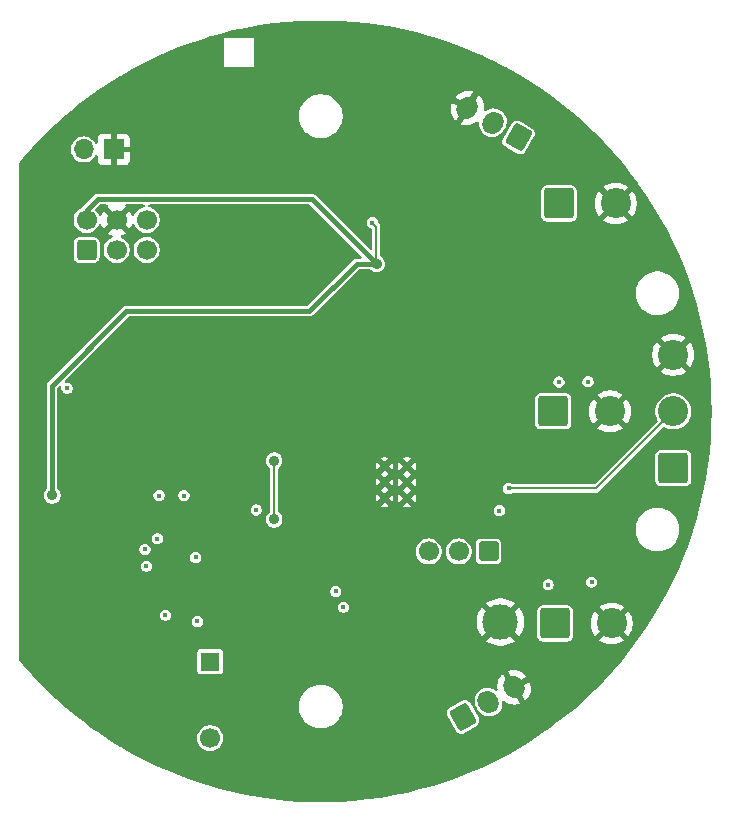
<source format=gbr>
%TF.GenerationSoftware,KiCad,Pcbnew,9.0.0-rc1*%
%TF.CreationDate,2025-03-26T15:14:04+01:00*%
%TF.ProjectId,Robobuoy-Sub-Round-v2_0,526f626f-6275-46f7-992d-5375622d526f,2.0*%
%TF.SameCoordinates,Original*%
%TF.FileFunction,Copper,L3,Inr*%
%TF.FilePolarity,Positive*%
%FSLAX46Y46*%
G04 Gerber Fmt 4.6, Leading zero omitted, Abs format (unit mm)*
G04 Created by KiCad (PCBNEW 9.0.0-rc1) date 2025-03-26 15:14:04*
%MOMM*%
%LPD*%
G01*
G04 APERTURE LIST*
G04 Aperture macros list*
%AMRoundRect*
0 Rectangle with rounded corners*
0 $1 Rounding radius*
0 $2 $3 $4 $5 $6 $7 $8 $9 X,Y pos of 4 corners*
0 Add a 4 corners polygon primitive as box body*
4,1,4,$2,$3,$4,$5,$6,$7,$8,$9,$2,$3,0*
0 Add four circle primitives for the rounded corners*
1,1,$1+$1,$2,$3*
1,1,$1+$1,$4,$5*
1,1,$1+$1,$6,$7*
1,1,$1+$1,$8,$9*
0 Add four rect primitives between the rounded corners*
20,1,$1+$1,$2,$3,$4,$5,0*
20,1,$1+$1,$4,$5,$6,$7,0*
20,1,$1+$1,$6,$7,$8,$9,0*
20,1,$1+$1,$8,$9,$2,$3,0*%
%AMHorizOval*
0 Thick line with rounded ends*
0 $1 width*
0 $2 $3 position (X,Y) of the first rounded end (center of the circle)*
0 $4 $5 position (X,Y) of the second rounded end (center of the circle)*
0 Add line between two ends*
20,1,$1,$2,$3,$4,$5,0*
0 Add two circle primitives to create the rounded ends*
1,1,$1,$2,$3*
1,1,$1,$4,$5*%
G04 Aperture macros list end*
%TA.AperFunction,ComponentPad*%
%ADD10R,1.700000X1.700000*%
%TD*%
%TA.AperFunction,ComponentPad*%
%ADD11O,1.700000X1.700000*%
%TD*%
%TA.AperFunction,ComponentPad*%
%ADD12RoundRect,0.249999X-1.025001X-1.025001X1.025001X-1.025001X1.025001X1.025001X-1.025001X1.025001X0*%
%TD*%
%TA.AperFunction,ComponentPad*%
%ADD13C,2.550000*%
%TD*%
%TA.AperFunction,ComponentPad*%
%ADD14RoundRect,0.206250X0.618750X0.618750X-0.618750X0.618750X-0.618750X-0.618750X0.618750X-0.618750X0*%
%TD*%
%TA.AperFunction,ComponentPad*%
%ADD15C,1.700000*%
%TD*%
%TA.AperFunction,ComponentPad*%
%ADD16R,1.650000X1.650000*%
%TD*%
%TA.AperFunction,ComponentPad*%
%ADD17C,3.000000*%
%TD*%
%TA.AperFunction,ComponentPad*%
%ADD18RoundRect,0.249999X1.025001X-1.025001X1.025001X1.025001X-1.025001X1.025001X-1.025001X-1.025001X0*%
%TD*%
%TA.AperFunction,HeatsinkPad*%
%ADD19C,0.500000*%
%TD*%
%TA.AperFunction,ComponentPad*%
%ADD20RoundRect,0.250000X-0.157115X-0.927868X0.882115X-0.327868X0.157115X0.927868X-0.882115X0.327868X0*%
%TD*%
%TA.AperFunction,ComponentPad*%
%ADD21HorizOval,1.700000X-0.062500X0.108253X0.062500X-0.108253X0*%
%TD*%
%TA.AperFunction,ComponentPad*%
%ADD22RoundRect,0.250000X0.882115X0.327868X-0.157115X0.927868X-0.882115X-0.327868X0.157115X-0.927868X0*%
%TD*%
%TA.AperFunction,ComponentPad*%
%ADD23HorizOval,1.700000X0.062500X0.108253X-0.062500X-0.108253X0*%
%TD*%
%TA.AperFunction,ComponentPad*%
%ADD24RoundRect,0.250000X0.600000X-0.600000X0.600000X0.600000X-0.600000X0.600000X-0.600000X-0.600000X0*%
%TD*%
%TA.AperFunction,ViaPad*%
%ADD25C,0.900000*%
%TD*%
%TA.AperFunction,ViaPad*%
%ADD26C,0.450000*%
%TD*%
%TA.AperFunction,ViaPad*%
%ADD27C,0.600000*%
%TD*%
%TA.AperFunction,ViaPad*%
%ADD28C,0.800000*%
%TD*%
%TA.AperFunction,Conductor*%
%ADD29C,0.200000*%
%TD*%
%TA.AperFunction,Conductor*%
%ADD30C,0.400000*%
%TD*%
G04 APERTURE END LIST*
D10*
%TO.N,GND*%
%TO.C,SW101*%
X-17539000Y22172000D03*
D11*
%TO.N,EN*%
X-20079000Y22172000D03*
%TD*%
D12*
%TO.N,Net-(J402-Pin_1)*%
%TO.C,J402*%
X19825000Y-17960000D03*
D13*
%TO.N,GND*%
X24625000Y-17960000D03*
%TD*%
D14*
%TO.N,Vbatt*%
%TO.C,SW201*%
X14206000Y-11864000D03*
D15*
%TO.N,Net-(R205-Pad1)*%
X11666000Y-11864000D03*
%TO.N,unconnected-(SW201-Pad3)*%
X9126000Y-11864000D03*
%TD*%
D16*
%TO.N,+3.3V*%
%TO.C,BZ101*%
X-9372600Y-21184800D03*
D15*
%TO.N,Net-(BZ101--)*%
X-9372600Y-27684800D03*
%TD*%
D12*
%TO.N,Vbatt*%
%TO.C,J201*%
X19685000Y0D03*
D13*
%TO.N,GND*%
X24485000Y0D03*
%TD*%
D17*
%TO.N,GND*%
%TO.C,TP203*%
X15214600Y-17830800D03*
%TD*%
D18*
%TO.N,Vbatt*%
%TO.C,J202*%
X29845000Y-4800000D03*
D13*
%TO.N,/CPU/COM*%
X29845000Y0D03*
%TO.N,GND*%
X29845000Y4800000D03*
%TD*%
D19*
%TO.N,GND*%
%TO.C,U201*%
X5400000Y-4650000D03*
X5400000Y-6000000D03*
X5400000Y-7350000D03*
X7300000Y-4650000D03*
X7300000Y-6000000D03*
X7300000Y-7350000D03*
%TD*%
D12*
%TO.N,Net-(J302-Pin_1)*%
%TO.C,J302*%
X20170000Y17600000D03*
D13*
%TO.N,GND*%
X24970001Y17600000D03*
%TD*%
D20*
%TO.N,Net-(J401-Pin_1)*%
%TO.C,J401*%
X12032437Y-25867337D03*
D21*
%TO.N,Net-(J401-Pin_2)*%
X14197501Y-24617337D03*
%TO.N,GND*%
X16362564Y-23367337D03*
%TD*%
D22*
%TO.N,Net-(J301-Pin_1)*%
%TO.C,J301*%
X16746000Y23188000D03*
D23*
%TO.N,Net-(J301-Pin_2)*%
X14580936Y24438000D03*
%TO.N,GND*%
X12415873Y25688000D03*
%TD*%
D24*
%TO.N,EN*%
%TO.C,J101*%
X-19835000Y13672500D03*
D15*
%TO.N,+3.3V*%
X-19835000Y16212500D03*
%TO.N,TX*%
X-17295000Y13672500D03*
%TO.N,GND*%
X-17295000Y16212500D03*
%TO.N,RX*%
X-14755000Y13672500D03*
%TO.N,DR0*%
X-14755000Y16212500D03*
%TD*%
D25*
%TO.N,+3.3V*%
X-3950000Y-4175000D03*
X4724400Y12483400D03*
D26*
X4368800Y15976600D03*
D25*
X-22733000Y-7112000D03*
X-3944400Y-9141262D03*
D26*
%TO.N,EN*%
X-21480000Y1960000D03*
%TO.N,GND*%
X3708400Y-11582400D03*
D25*
X1066800Y8280400D03*
D26*
X10910000Y-14000000D03*
X-4267200Y28524200D03*
X24970001Y11300000D03*
X-5606000Y-13528500D03*
X-16900000Y-11040000D03*
X-24890000Y5170000D03*
D27*
X13030200Y1244600D03*
D26*
X1830000Y-7790000D03*
X24970001Y4920000D03*
X-24890000Y-5240000D03*
D27*
X-7493000Y-5715000D03*
D26*
X-24890000Y-4020000D03*
X-24890000Y6000000D03*
X15250000Y-13590000D03*
D28*
X22098000Y508000D03*
D27*
X-24257000Y-14681200D03*
X-13970000Y1828800D03*
D26*
X27330000Y-1710000D03*
X-24890000Y-2000000D03*
X1260000Y-10670000D03*
X16020000Y-14530000D03*
D27*
X-16557800Y-962200D03*
D26*
X6470000Y-8380000D03*
X-1295400Y3276600D03*
X-24890000Y-1000000D03*
X6040000Y-18480000D03*
X-24930000Y12000000D03*
D25*
X3657600Y30911800D03*
D26*
X6780000Y-10710000D03*
X-1980000Y-7710000D03*
D25*
X-1524000Y12420600D03*
X3530600Y8255000D03*
D26*
X-24910000Y7000000D03*
X-24890000Y4000000D03*
X17272000Y-16256000D03*
D25*
X11480800Y8255000D03*
D26*
X14490000Y2600000D03*
D28*
X13311000Y-6905000D03*
D26*
X11404600Y-22733000D03*
X10970000Y-17210000D03*
X20210000Y-7100000D03*
X-5410200Y28397200D03*
X-24920000Y-7360000D03*
X-15036800Y-18491200D03*
X28280000Y-2330000D03*
D25*
X-5562600Y14681200D03*
D26*
X-22140000Y-15300000D03*
X-24890000Y3000000D03*
X-24900000Y8000000D03*
X24970001Y-7950000D03*
X-8788400Y-13589000D03*
D28*
X15730000Y17219000D03*
D26*
X-457200Y-3708400D03*
D27*
X-20345400Y-14300200D03*
D28*
X15730000Y-3228000D03*
D26*
X-20517000Y-10769600D03*
X20210000Y-5910000D03*
D27*
X-17043400Y-14300200D03*
D26*
X-24890000Y0D03*
D27*
X-24003000Y7239000D03*
D26*
X-24890000Y-6300000D03*
D27*
X-24003000Y10363200D03*
D26*
X24970001Y-12660000D03*
D25*
X11506200Y5715000D03*
D26*
X12940000Y-10990000D03*
D27*
X-19456400Y-3632200D03*
D26*
X12850000Y-9220000D03*
X6490000Y860000D03*
X4826000Y-16560800D03*
X-11900000Y-14500000D03*
D28*
X15748000Y-4318000D03*
X3030000Y4900000D03*
D26*
X-2565400Y-11734800D03*
X1240000Y-9270000D03*
X-24960000Y-8770000D03*
X-24930000Y11000000D03*
X-24930000Y10000000D03*
X-24930000Y8940000D03*
X-9525000Y27762200D03*
D27*
X-24028400Y-7416800D03*
D26*
X24970001Y13830000D03*
D28*
X18288000Y-4318000D03*
D26*
X-24890000Y2000000D03*
X-24890000Y-3000000D03*
D27*
X-19354800Y1828800D03*
D26*
X-24890000Y1000000D03*
X-21620000Y-13740000D03*
D25*
X9245600Y8255000D03*
D26*
X-25000000Y13000000D03*
D27*
X-13970000Y-3556000D03*
D26*
X-4876800Y29057600D03*
X28280000Y-2330000D03*
%TO.N,/CPU/Vsamp*%
X-14884400Y-11684000D03*
X-14757400Y-13106400D03*
%TO.N,/CPU/COM*%
X15113000Y-8407400D03*
X-5475000Y-8350000D03*
X15900400Y-6527800D03*
%TO.N,Net-(Q302-G)*%
X1270000Y-15240000D03*
X20167600Y2489200D03*
X22625000Y2500000D03*
%TO.N,Net-(Q402-G)*%
X19253200Y-14681200D03*
X1917700Y-16573500D03*
X22925000Y-14450000D03*
%TO.N,BUZZER*%
X-13843000Y-10795000D03*
X-13157200Y-17246600D03*
%TO.N,/CPU/VbatEn*%
X-13690600Y-7137400D03*
X-11582400Y-7137400D03*
%TO.N,/CPU/ESC_BB*%
X-10439400Y-17780000D03*
X-10591800Y-12369800D03*
%TD*%
D29*
%TO.N,+3.3V*%
X-3950000Y-8945923D02*
X-3950000Y-4175000D01*
X4368800Y15976600D02*
X4699000Y15646400D01*
X4699000Y12508800D02*
X4724400Y12483400D01*
D30*
X-19835000Y17045800D02*
X-18897600Y17983200D01*
X-19835000Y16212500D02*
X-19835000Y17045800D01*
D29*
X-3944400Y-8951523D02*
X-3950000Y-8945923D01*
D30*
X4724400Y12483400D02*
X3034600Y12483400D01*
D29*
X4699000Y15646400D02*
X4699000Y12623800D01*
D30*
X-18897600Y17983200D02*
X-775400Y17983200D01*
X3034600Y12483400D02*
X-965200Y8483600D01*
X-22758400Y2184400D02*
X-16459200Y8483600D01*
D29*
X-3944400Y-9141262D02*
X-3944400Y-8951523D01*
X4699000Y12623800D02*
X4699000Y12508800D01*
D30*
X-22758400Y2184400D02*
X-22758400Y-7112000D01*
X-775400Y17983200D02*
X4724400Y12483400D01*
X-22758400Y-7112000D02*
X-22733000Y-7112000D01*
X-965200Y8483600D02*
X-16459200Y8483600D01*
D29*
%TO.N,/CPU/COM*%
X23317200Y-6527800D02*
X15900400Y-6527800D01*
X29845000Y0D02*
X23317200Y-6527800D01*
%TD*%
%TA.AperFunction,Conductor*%
%TO.N,GND*%
G36*
X-18089254Y17513015D02*
G01*
X-18043499Y17460211D01*
X-18033555Y17391053D01*
X-18055523Y17342950D01*
X-18056718Y17327772D01*
X-17424409Y16695463D01*
X-17487993Y16678425D01*
X-17602007Y16612599D01*
X-17695099Y16519507D01*
X-17760925Y16405493D01*
X-17777963Y16341909D01*
X-18410272Y16974218D01*
X-18410273Y16974218D01*
X-18449620Y16920061D01*
X-18546096Y16730717D01*
X-18578240Y16631788D01*
X-18617678Y16574112D01*
X-18682036Y16546914D01*
X-18750883Y16558829D01*
X-18802358Y16606073D01*
X-18814102Y16631789D01*
X-18815127Y16634945D01*
X-18893768Y16789288D01*
X-18995586Y16929428D01*
X-19067247Y17001089D01*
X-19100732Y17062412D01*
X-19095748Y17132104D01*
X-19067250Y17176449D01*
X-18747314Y17496384D01*
X-18685992Y17529866D01*
X-18659634Y17532700D01*
X-18156293Y17532700D01*
X-18089254Y17513015D01*
G37*
%TD.AperFunction*%
%TA.AperFunction,Conductor*%
G36*
X-14963009Y17513015D02*
G01*
X-14917254Y17460211D01*
X-14907310Y17391053D01*
X-14936335Y17327497D01*
X-14995113Y17289723D01*
X-15010650Y17286227D01*
X-15012698Y17285903D01*
X-15177448Y17232372D01*
X-15331789Y17153732D01*
X-15397532Y17105966D01*
X-15471928Y17051914D01*
X-15471930Y17051912D01*
X-15471931Y17051912D01*
X-15594412Y16929431D01*
X-15594412Y16929430D01*
X-15594414Y16929428D01*
X-15606201Y16913204D01*
X-15696232Y16789289D01*
X-15774872Y16634950D01*
X-15775513Y16632978D01*
X-15775898Y16631788D01*
X-15775901Y16631780D01*
X-15776619Y16630731D01*
X-15776734Y16630452D01*
X-15776793Y16630477D01*
X-15815343Y16574107D01*
X-15879703Y16546913D01*
X-15948549Y16558832D01*
X-16000021Y16606080D01*
X-16011761Y16631789D01*
X-16043904Y16730716D01*
X-16140376Y16920051D01*
X-16179730Y16974218D01*
X-16179731Y16974218D01*
X-16812038Y16341910D01*
X-16829075Y16405493D01*
X-16894901Y16519507D01*
X-16987993Y16612599D01*
X-17102007Y16678425D01*
X-17165591Y16695463D01*
X-16533284Y17327772D01*
X-16534618Y17344722D01*
X-16549260Y17363710D01*
X-16555241Y17433323D01*
X-16522636Y17495119D01*
X-16461797Y17529477D01*
X-16433710Y17532700D01*
X-15030048Y17532700D01*
X-14963009Y17513015D01*
G37*
%TD.AperFunction*%
%TA.AperFunction,Conductor*%
G36*
X503462Y33092021D02*
G01*
X1642699Y33055058D01*
X1646926Y33054848D01*
X2784206Y32978532D01*
X2788418Y32978176D01*
X3922393Y32862595D01*
X3926549Y32862099D01*
X5055897Y32707389D01*
X5060067Y32706744D01*
X6183294Y32513108D01*
X6187481Y32512312D01*
X7303363Y32279966D01*
X7307491Y32279032D01*
X8108877Y32083044D01*
X8414674Y32008257D01*
X8418819Y32007167D01*
X8547603Y31970911D01*
X9515998Y31698283D01*
X9520026Y31697073D01*
X10605896Y31350444D01*
X10609866Y31349101D01*
X11683106Y30965148D01*
X11687060Y30963656D01*
X12576667Y30610259D01*
X12746348Y30542853D01*
X12750304Y30541202D01*
X13794399Y30084046D01*
X13798295Y30082259D01*
X13919791Y30023978D01*
X14825959Y29589293D01*
X14829753Y29587392D01*
X15282462Y29350645D01*
X15839785Y29059189D01*
X15843549Y29057137D01*
X15961337Y28990256D01*
X16834727Y28494339D01*
X16838382Y28492178D01*
X17809505Y27895463D01*
X17813088Y27893176D01*
X18763020Y27263243D01*
X18766499Y27260849D01*
X19694108Y26598448D01*
X19697518Y26595923D01*
X20520265Y25964353D01*
X20601650Y25901879D01*
X20604995Y25899218D01*
X20918677Y25640713D01*
X21484596Y25174340D01*
X21487856Y25171557D01*
X21757090Y24933589D01*
X22341866Y24416723D01*
X22344987Y24413867D01*
X23016931Y23777257D01*
X23172420Y23629944D01*
X23175480Y23626943D01*
X23975304Y22814910D01*
X23978258Y22811805D01*
X24743660Y21979007D01*
X24749530Y21972621D01*
X24752367Y21969425D01*
X25494211Y21104042D01*
X25496912Y21100777D01*
X25837245Y20674814D01*
X26208356Y20210328D01*
X26210974Y20206934D01*
X26891248Y19292383D01*
X26893746Y19288900D01*
X27541980Y18351421D01*
X27544356Y18347854D01*
X27547028Y18343690D01*
X28159800Y17388528D01*
X28162052Y17384881D01*
X28743986Y16404833D01*
X28746110Y16401110D01*
X29293800Y15401575D01*
X29295794Y15397781D01*
X29808632Y14379871D01*
X29810495Y14376010D01*
X30287840Y13340992D01*
X30289567Y13337069D01*
X30730841Y12286199D01*
X30732432Y12282219D01*
X31137125Y11216716D01*
X31138578Y11212683D01*
X31506209Y10133807D01*
X31507521Y10129727D01*
X31837644Y9038788D01*
X31838814Y9034664D01*
X32131021Y7933015D01*
X32132049Y7928853D01*
X32386021Y6817692D01*
X32386903Y6813498D01*
X32602304Y5694296D01*
X32603042Y5690073D01*
X32779644Y4564017D01*
X32780234Y4559772D01*
X32917801Y3428353D01*
X32918245Y3424089D01*
X33016629Y2288556D01*
X33016925Y2284280D01*
X33076002Y1146032D01*
X33076150Y1141748D01*
X33095849Y2143D01*
X33095849Y-2143D01*
X33076150Y-1141747D01*
X33076002Y-1146031D01*
X33016925Y-2284279D01*
X33016629Y-2288555D01*
X32918245Y-3424088D01*
X32917801Y-3428352D01*
X32780234Y-4559771D01*
X32779644Y-4564016D01*
X32603042Y-5690072D01*
X32602304Y-5694295D01*
X32386903Y-6813497D01*
X32386021Y-6817691D01*
X32132049Y-7928852D01*
X32131021Y-7933014D01*
X31838814Y-9034663D01*
X31837644Y-9038787D01*
X31507521Y-10129726D01*
X31506209Y-10133806D01*
X31138578Y-11212682D01*
X31137125Y-11216715D01*
X30732432Y-12282218D01*
X30730841Y-12286198D01*
X30289567Y-13337068D01*
X30287840Y-13340991D01*
X29810495Y-14376009D01*
X29808632Y-14379870D01*
X29295794Y-15397780D01*
X29293800Y-15401574D01*
X28746110Y-16401109D01*
X28743986Y-16404832D01*
X28162052Y-17384880D01*
X28159800Y-17388527D01*
X27544357Y-18347852D01*
X27541980Y-18351420D01*
X26893746Y-19288899D01*
X26891248Y-19292382D01*
X26210974Y-20206933D01*
X26208356Y-20210327D01*
X25496928Y-21100757D01*
X25494195Y-21104060D01*
X24752375Y-21969415D01*
X24749530Y-21972620D01*
X23978259Y-22811803D01*
X23975304Y-22814909D01*
X23175480Y-23626942D01*
X23172420Y-23629943D01*
X22345008Y-24413847D01*
X22341845Y-24416741D01*
X21487856Y-25171556D01*
X21484596Y-25174339D01*
X20605004Y-25899210D01*
X20601650Y-25901878D01*
X19697535Y-26595909D01*
X19694090Y-26598460D01*
X18766525Y-27260830D01*
X18762994Y-27263260D01*
X17813103Y-27893165D01*
X17809490Y-27895472D01*
X16838399Y-28492167D01*
X16834709Y-28494348D01*
X15843549Y-29057136D01*
X15839785Y-29059188D01*
X14829771Y-29587382D01*
X14825939Y-29589302D01*
X13798295Y-30082258D01*
X13794399Y-30084045D01*
X12750304Y-30541201D01*
X12746348Y-30542852D01*
X11687088Y-30963644D01*
X11683078Y-30965157D01*
X10609911Y-31349084D01*
X10605850Y-31350458D01*
X9520064Y-31697060D01*
X9515959Y-31698293D01*
X8418819Y-32007166D01*
X8414674Y-32008256D01*
X7307517Y-32279025D01*
X7303336Y-32279971D01*
X6187493Y-32512308D01*
X6183282Y-32513109D01*
X5060100Y-32706737D01*
X5055864Y-32707393D01*
X3926599Y-32862092D01*
X3922343Y-32862600D01*
X2788448Y-32978172D01*
X2784176Y-32978533D01*
X1646953Y-33054845D01*
X1642672Y-33055058D01*
X503495Y-33092019D01*
X499209Y-33092084D01*
X-640591Y-33089650D01*
X-644877Y-33089566D01*
X-1783858Y-33047739D01*
X-1788138Y-33047508D01*
X-2925030Y-32966338D01*
X-2929299Y-32965959D01*
X-4062688Y-32845544D01*
X-4066942Y-32845018D01*
X-5195536Y-32685497D01*
X-5199770Y-32684823D01*
X-6322123Y-32486398D01*
X-6326330Y-32485579D01*
X-7441171Y-32248476D01*
X-7445348Y-32247512D01*
X-8551337Y-31972018D01*
X-8555478Y-31970910D01*
X-9651269Y-31657357D01*
X-9655369Y-31656107D01*
X-10739682Y-31304864D01*
X-10743736Y-31303473D01*
X-11815270Y-30914959D01*
X-11819274Y-30913428D01*
X-12876710Y-30488122D01*
X-12880659Y-30486454D01*
X-13922779Y-30024848D01*
X-13926667Y-30023045D01*
X-14952220Y-29525691D01*
X-14956044Y-29523754D01*
X-15835223Y-29059188D01*
X-15963790Y-28991252D01*
X-15967536Y-28989189D01*
X-16956261Y-28422183D01*
X-16959942Y-28419987D01*
X-17928488Y-27819141D01*
X-17932091Y-27816819D01*
X-18112059Y-27696366D01*
X-18258745Y-27598189D01*
X-10473100Y-27598189D01*
X-10473100Y-27771410D01*
X-10453629Y-27894350D01*
X-10446002Y-27942501D01*
X-10392473Y-28107245D01*
X-10313832Y-28261588D01*
X-10212014Y-28401728D01*
X-10089528Y-28524214D01*
X-9949388Y-28626032D01*
X-9795045Y-28704673D01*
X-9630301Y-28758202D01*
X-9459211Y-28785300D01*
X-9459210Y-28785300D01*
X-9285990Y-28785300D01*
X-9285989Y-28785300D01*
X-9114899Y-28758202D01*
X-8950155Y-28704673D01*
X-8795812Y-28626032D01*
X-8655672Y-28524214D01*
X-8533186Y-28401728D01*
X-8431368Y-28261588D01*
X-8352727Y-28107245D01*
X-8299198Y-27942501D01*
X-8272100Y-27771411D01*
X-8272100Y-27598189D01*
X-8299198Y-27427099D01*
X-8352727Y-27262355D01*
X-8431368Y-27108012D01*
X-8533186Y-26967872D01*
X-8655672Y-26845386D01*
X-8795812Y-26743568D01*
X-8950155Y-26664927D01*
X-9114899Y-26611398D01*
X-9114901Y-26611397D01*
X-9114902Y-26611397D01*
X-9246329Y-26590581D01*
X-9285989Y-26584300D01*
X-9459211Y-26584300D01*
X-9498872Y-26590581D01*
X-9630298Y-26611397D01*
X-9795048Y-26664928D01*
X-9949389Y-26743568D01*
X-10029344Y-26801659D01*
X-10089528Y-26845386D01*
X-10089530Y-26845388D01*
X-10089531Y-26845388D01*
X-10212012Y-26967869D01*
X-10212012Y-26967870D01*
X-10212014Y-26967872D01*
X-10255741Y-27028056D01*
X-10313832Y-27108011D01*
X-10392472Y-27262352D01*
X-10446003Y-27427102D01*
X-10473100Y-27598189D01*
X-18258745Y-27598189D01*
X-18879315Y-27182840D01*
X-18882835Y-27180394D01*
X-19177773Y-26967872D01*
X-19807548Y-26514077D01*
X-19810938Y-26511545D01*
X-20712118Y-25813629D01*
X-20715461Y-25810946D01*
X-21591932Y-25082339D01*
X-21595180Y-25079542D01*
X-21721176Y-24967216D01*
X-21721182Y-24967211D01*
X-21820452Y-24878711D01*
X-1850500Y-24878711D01*
X-1850500Y-25121288D01*
X-1818839Y-25361785D01*
X-1756053Y-25596104D01*
X-1663227Y-25820205D01*
X-1663223Y-25820214D01*
X-1658084Y-25829115D01*
X-1541936Y-26030289D01*
X-1541934Y-26030292D01*
X-1541933Y-26030293D01*
X-1394267Y-26222736D01*
X-1394261Y-26222743D01*
X-1222744Y-26394260D01*
X-1222738Y-26394265D01*
X-1030289Y-26541936D01*
X-820212Y-26663224D01*
X-596100Y-26756054D01*
X-361789Y-26818838D01*
X-181414Y-26842584D01*
X-121289Y-26850500D01*
X-121288Y-26850500D01*
X121289Y-26850500D01*
X169388Y-26844167D01*
X361789Y-26818838D01*
X596100Y-26756054D01*
X820212Y-26663224D01*
X1030289Y-26541936D01*
X1222738Y-26394265D01*
X1394265Y-26222738D01*
X1541936Y-26030289D01*
X1663224Y-25820212D01*
X1756054Y-25596100D01*
X1768004Y-25551501D01*
X10644817Y-25551501D01*
X10644818Y-25551503D01*
X10668683Y-25693426D01*
X10692942Y-25748263D01*
X11465812Y-27086912D01*
X11465814Y-27086916D01*
X11501167Y-27135333D01*
X11501173Y-27135339D01*
X11612146Y-27226966D01*
X11612147Y-27226966D01*
X11612149Y-27226968D01*
X11744451Y-27283622D01*
X11887355Y-27300710D01*
X12029284Y-27276842D01*
X12084113Y-27252588D01*
X13206260Y-26604714D01*
X13254681Y-26569359D01*
X13346315Y-26458379D01*
X13402969Y-26326076D01*
X13420056Y-26183172D01*
X13396189Y-26041243D01*
X13371934Y-25986415D01*
X12599061Y-24647761D01*
X12599059Y-24647757D01*
X12563706Y-24599340D01*
X12563705Y-24599339D01*
X12557557Y-24594263D01*
X12452725Y-24507706D01*
X12388459Y-24480186D01*
X13031476Y-24480186D01*
X13031476Y-24480193D01*
X13040542Y-24653168D01*
X13040542Y-24653172D01*
X13040543Y-24653173D01*
X13066224Y-24773998D01*
X13076557Y-24822609D01*
X13138634Y-24984326D01*
X13138637Y-24984331D01*
X13350244Y-25350845D01*
X13350249Y-25350852D01*
X13459260Y-25485468D01*
X13582129Y-25596100D01*
X13587988Y-25601375D01*
X13733265Y-25695720D01*
X13733268Y-25695721D01*
X13733271Y-25695723D01*
X13785645Y-25719040D01*
X13891512Y-25766175D01*
X14058831Y-25811008D01*
X14231105Y-25829115D01*
X14404090Y-25820049D01*
X14573527Y-25784034D01*
X14735245Y-25721956D01*
X14885259Y-25635345D01*
X15019878Y-25526333D01*
X15135786Y-25397603D01*
X15230131Y-25252326D01*
X15300586Y-25094079D01*
X15345419Y-24926760D01*
X15363526Y-24754487D01*
X15356195Y-24614626D01*
X15372343Y-24546649D01*
X15422680Y-24498193D01*
X15491223Y-24484643D01*
X15556211Y-24510301D01*
X15562997Y-24515986D01*
X15600693Y-24549928D01*
X15600698Y-24549932D01*
X15778904Y-24665659D01*
X15973036Y-24752092D01*
X16178281Y-24807087D01*
X16389618Y-24829299D01*
X16601815Y-24818179D01*
X16601824Y-24818178D01*
X16809675Y-24773998D01*
X16872172Y-24750006D01*
X16872172Y-24750005D01*
X16348131Y-23842337D01*
X16425099Y-23842337D01*
X16545907Y-23809967D01*
X16654221Y-23747432D01*
X16742659Y-23658994D01*
X16781142Y-23592338D01*
X17305184Y-24500005D01*
X17305185Y-24500005D01*
X17357219Y-24457870D01*
X17499401Y-24299961D01*
X17499405Y-24299956D01*
X17615133Y-24121749D01*
X17701565Y-23927620D01*
X17756561Y-23722372D01*
X17778773Y-23511041D01*
X17778773Y-23511032D01*
X17767653Y-23298838D01*
X17767652Y-23298829D01*
X17723473Y-23090984D01*
X17654126Y-22910328D01*
X17654125Y-22910327D01*
X16837564Y-23381768D01*
X16837564Y-23304802D01*
X16805194Y-23183994D01*
X16742659Y-23075680D01*
X16654221Y-22987242D01*
X16587563Y-22948757D01*
X17404124Y-22477316D01*
X17404124Y-22477315D01*
X17282344Y-22326929D01*
X17124434Y-22184747D01*
X17124429Y-22184742D01*
X16946222Y-22069014D01*
X16752094Y-21982582D01*
X16752095Y-21982582D01*
X16546840Y-21927584D01*
X16335509Y-21905374D01*
X16123312Y-21916494D01*
X16123303Y-21916495D01*
X15915460Y-21960674D01*
X15852953Y-21984667D01*
X16376997Y-22892337D01*
X16300029Y-22892337D01*
X16179221Y-22924707D01*
X16070907Y-22987242D01*
X15982469Y-23075680D01*
X15943985Y-23142336D01*
X15419942Y-22234667D01*
X15419941Y-22234666D01*
X15367912Y-22276800D01*
X15225726Y-22434713D01*
X15225722Y-22434718D01*
X15109994Y-22612925D01*
X15023562Y-22807053D01*
X14968564Y-23012307D01*
X14946354Y-23223633D01*
X14946354Y-23223642D01*
X14957474Y-23435835D01*
X14968022Y-23485458D01*
X14962705Y-23555125D01*
X14920567Y-23610858D01*
X14854987Y-23634963D01*
X14786786Y-23619786D01*
X14779196Y-23615233D01*
X14661741Y-23538957D01*
X14660409Y-23538364D01*
X14503490Y-23468499D01*
X14503488Y-23468498D01*
X14503489Y-23468498D01*
X14336175Y-23423667D01*
X14336174Y-23423666D01*
X14336171Y-23423666D01*
X14163897Y-23405559D01*
X14163895Y-23405559D01*
X13990916Y-23414625D01*
X13990907Y-23414627D01*
X13821475Y-23450640D01*
X13659758Y-23512717D01*
X13659753Y-23512720D01*
X13509745Y-23599327D01*
X13509738Y-23599332D01*
X13375122Y-23708343D01*
X13259218Y-23837068D01*
X13259213Y-23837073D01*
X13164874Y-23982344D01*
X13094415Y-24140596D01*
X13065008Y-24250347D01*
X13049583Y-24307914D01*
X13039495Y-24403895D01*
X13031476Y-24480186D01*
X12388459Y-24480186D01*
X12320423Y-24451052D01*
X12320420Y-24451051D01*
X12320421Y-24451051D01*
X12177518Y-24433963D01*
X12177517Y-24433964D01*
X12035593Y-24457831D01*
X12035591Y-24457831D01*
X12035590Y-24457832D01*
X12017313Y-24465916D01*
X11980755Y-24482088D01*
X10858614Y-25129959D01*
X10858610Y-25129961D01*
X10810194Y-25165314D01*
X10810190Y-25165318D01*
X10718560Y-25276292D01*
X10661905Y-25408598D01*
X10644817Y-25551501D01*
X1768004Y-25551501D01*
X1818838Y-25361789D01*
X1850500Y-25121288D01*
X1850500Y-24878712D01*
X1818838Y-24638211D01*
X1756054Y-24403900D01*
X1663224Y-24179788D01*
X1541936Y-23969711D01*
X1444199Y-23842337D01*
X1394266Y-23777263D01*
X1394260Y-23777256D01*
X1222743Y-23605739D01*
X1222736Y-23605733D01*
X1030293Y-23458067D01*
X1030292Y-23458066D01*
X1030289Y-23458064D01*
X820212Y-23336776D01*
X743020Y-23304802D01*
X596104Y-23243947D01*
X361785Y-23181161D01*
X121289Y-23149500D01*
X121288Y-23149500D01*
X-121288Y-23149500D01*
X-121289Y-23149500D01*
X-361786Y-23181161D01*
X-596105Y-23243947D01*
X-820206Y-23336773D01*
X-820215Y-23336777D01*
X-1030294Y-23458067D01*
X-1222737Y-23605733D01*
X-1222744Y-23605739D01*
X-1394261Y-23777256D01*
X-1394267Y-23777263D01*
X-1541933Y-23969706D01*
X-1663223Y-24179785D01*
X-1663227Y-24179794D01*
X-1756053Y-24403895D01*
X-1818839Y-24638214D01*
X-1850500Y-24878711D01*
X-21820452Y-24878711D01*
X-22445964Y-24321061D01*
X-22449113Y-24318154D01*
X-23273156Y-23530735D01*
X-23276204Y-23527720D01*
X-24072552Y-22712277D01*
X-24075493Y-22709159D01*
X-24737568Y-21982582D01*
X-24843164Y-21866698D01*
X-24845989Y-21863489D01*
X-25553605Y-21030861D01*
X-25582019Y-20967030D01*
X-25583118Y-20950579D01*
X-25583212Y-20335121D01*
X-10448100Y-20335121D01*
X-10448100Y-22034478D01*
X-10433568Y-22107535D01*
X-10433567Y-22107539D01*
X-10433566Y-22107540D01*
X-10378201Y-22190401D01*
X-10311951Y-22234667D01*
X-10295340Y-22245766D01*
X-10295336Y-22245767D01*
X-10222279Y-22260299D01*
X-10222276Y-22260300D01*
X-10222274Y-22260300D01*
X-8522924Y-22260300D01*
X-8522923Y-22260299D01*
X-8449860Y-22245766D01*
X-8366999Y-22190401D01*
X-8311634Y-22107540D01*
X-8297100Y-22034474D01*
X-8297100Y-20335126D01*
X-8297100Y-20335123D01*
X-8297101Y-20335121D01*
X-8311633Y-20262064D01*
X-8311634Y-20262060D01*
X-8366999Y-20179199D01*
X-8449860Y-20123834D01*
X-8449861Y-20123833D01*
X-8449865Y-20123832D01*
X-8522923Y-20109300D01*
X-8522926Y-20109300D01*
X-10222274Y-20109300D01*
X-10222277Y-20109300D01*
X-10295336Y-20123832D01*
X-10295340Y-20123833D01*
X-10378201Y-20179199D01*
X-10433567Y-20262060D01*
X-10433568Y-20262064D01*
X-10448100Y-20335121D01*
X-25583212Y-20335121D01*
X-25583692Y-17183999D01*
X-13632700Y-17183999D01*
X-13632700Y-17309201D01*
X-13600295Y-17430136D01*
X-13537695Y-17538564D01*
X-13449164Y-17627095D01*
X-13340736Y-17689695D01*
X-13219801Y-17722100D01*
X-13219799Y-17722100D01*
X-13094601Y-17722100D01*
X-13094599Y-17722100D01*
X-13077055Y-17717399D01*
X-10914900Y-17717399D01*
X-10914900Y-17842601D01*
X-10882495Y-17963536D01*
X-10819895Y-18071964D01*
X-10731364Y-18160495D01*
X-10622936Y-18223095D01*
X-10502001Y-18255500D01*
X-10501999Y-18255500D01*
X-10376801Y-18255500D01*
X-10376799Y-18255500D01*
X-10255864Y-18223095D01*
X-10147436Y-18160495D01*
X-10058905Y-18071964D01*
X-9996305Y-17963536D01*
X-9963900Y-17842601D01*
X-9963900Y-17717399D01*
X-9968641Y-17699705D01*
X13214600Y-17699705D01*
X13214600Y-17961894D01*
X13248820Y-18221809D01*
X13248822Y-18221820D01*
X13316675Y-18475055D01*
X13417004Y-18717271D01*
X13417009Y-18717282D01*
X13548088Y-18944316D01*
X13548094Y-18944324D01*
X13634680Y-19057165D01*
X14537021Y-18154824D01*
X14549959Y-18186058D01*
X14632037Y-18308897D01*
X14736503Y-18413363D01*
X14859342Y-18495441D01*
X14890574Y-18508377D01*
X13988233Y-19410717D01*
X13988233Y-19410718D01*
X14101075Y-19497305D01*
X14101083Y-19497311D01*
X14328117Y-19628390D01*
X14328128Y-19628395D01*
X14570344Y-19728724D01*
X14823579Y-19796577D01*
X14823590Y-19796579D01*
X15083505Y-19830799D01*
X15083520Y-19830800D01*
X15345680Y-19830800D01*
X15345694Y-19830799D01*
X15605609Y-19796579D01*
X15605620Y-19796577D01*
X15858855Y-19728724D01*
X16101071Y-19628395D01*
X16101082Y-19628390D01*
X16328116Y-19497311D01*
X16328134Y-19497299D01*
X16440965Y-19410719D01*
X16440965Y-19410717D01*
X15538625Y-18508378D01*
X15569858Y-18495441D01*
X15692697Y-18413363D01*
X15797163Y-18308897D01*
X15879241Y-18186058D01*
X15892177Y-18154825D01*
X16794517Y-19057165D01*
X16794519Y-19057165D01*
X16881099Y-18944334D01*
X16881111Y-18944316D01*
X17012190Y-18717282D01*
X17012195Y-18717271D01*
X17112524Y-18475055D01*
X17180377Y-18221820D01*
X17180379Y-18221809D01*
X17214599Y-17961894D01*
X17214600Y-17961880D01*
X17214600Y-17699719D01*
X17214599Y-17699705D01*
X17180379Y-17439790D01*
X17180377Y-17439779D01*
X17112524Y-17186544D01*
X17012195Y-16944328D01*
X17012190Y-16944318D01*
X16979175Y-16887134D01*
X18299500Y-16887134D01*
X18299500Y-19032865D01*
X18299501Y-19032884D01*
X18305908Y-19092481D01*
X18305910Y-19092488D01*
X18356202Y-19227328D01*
X18356203Y-19227330D01*
X18356204Y-19227331D01*
X18442453Y-19342547D01*
X18533521Y-19410719D01*
X18557669Y-19428796D01*
X18557671Y-19428797D01*
X18645696Y-19461628D01*
X18692516Y-19479091D01*
X18752126Y-19485500D01*
X18752135Y-19485500D01*
X20897865Y-19485500D01*
X20897874Y-19485500D01*
X20957484Y-19479091D01*
X21092331Y-19428796D01*
X21207547Y-19342547D01*
X21247707Y-19288899D01*
X21271449Y-19257184D01*
X21280566Y-19245003D01*
X21293796Y-19227331D01*
X21344091Y-19092484D01*
X21350500Y-19032874D01*
X21350500Y-17843659D01*
X22850000Y-17843659D01*
X22850000Y-18076340D01*
X22880369Y-18307024D01*
X22940592Y-18531779D01*
X23029632Y-18746740D01*
X23029636Y-18746750D01*
X23145970Y-18948248D01*
X23205551Y-19025894D01*
X23928287Y-18303158D01*
X23938204Y-18327100D01*
X24023018Y-18454034D01*
X24130966Y-18561982D01*
X24257900Y-18646796D01*
X24281839Y-18656712D01*
X23559104Y-19379446D01*
X23559104Y-19379447D01*
X23636752Y-19439029D01*
X23838249Y-19555363D01*
X23838259Y-19555367D01*
X24053220Y-19644407D01*
X24277975Y-19704630D01*
X24508659Y-19735000D01*
X24741341Y-19735000D01*
X24972024Y-19704630D01*
X25196779Y-19644407D01*
X25411740Y-19555367D01*
X25411750Y-19555363D01*
X25613255Y-19439024D01*
X25690894Y-19379447D01*
X25690894Y-19379446D01*
X24968159Y-18656712D01*
X24992100Y-18646796D01*
X25119034Y-18561982D01*
X25226982Y-18454034D01*
X25311796Y-18327100D01*
X25321712Y-18303159D01*
X26044446Y-19025894D01*
X26044447Y-19025894D01*
X26104024Y-18948255D01*
X26220363Y-18746750D01*
X26220367Y-18746740D01*
X26309407Y-18531779D01*
X26369630Y-18307024D01*
X26400000Y-18076340D01*
X26400000Y-17843659D01*
X26369630Y-17612975D01*
X26309407Y-17388220D01*
X26220367Y-17173259D01*
X26220363Y-17173249D01*
X26104029Y-16971752D01*
X26044447Y-16894104D01*
X26044446Y-16894104D01*
X25321711Y-17616839D01*
X25311796Y-17592900D01*
X25226982Y-17465966D01*
X25119034Y-17358018D01*
X24992100Y-17273204D01*
X24968158Y-17263286D01*
X25690894Y-16540551D01*
X25613248Y-16480970D01*
X25411750Y-16364636D01*
X25411740Y-16364632D01*
X25196779Y-16275592D01*
X24972024Y-16215369D01*
X24741341Y-16185000D01*
X24508659Y-16185000D01*
X24277975Y-16215369D01*
X24053220Y-16275592D01*
X23838259Y-16364632D01*
X23838249Y-16364636D01*
X23636747Y-16480973D01*
X23559104Y-16540550D01*
X23559104Y-16540551D01*
X24281840Y-17263287D01*
X24257900Y-17273204D01*
X24130966Y-17358018D01*
X24023018Y-17465966D01*
X23938204Y-17592900D01*
X23928287Y-17616840D01*
X23205551Y-16894104D01*
X23205550Y-16894104D01*
X23145973Y-16971747D01*
X23029636Y-17173249D01*
X23029632Y-17173259D01*
X22940592Y-17388220D01*
X22880369Y-17612975D01*
X22850000Y-17843659D01*
X21350500Y-17843659D01*
X21350500Y-16887126D01*
X21344091Y-16827516D01*
X21323049Y-16771100D01*
X21293797Y-16692671D01*
X21293796Y-16692669D01*
X21271447Y-16662814D01*
X21251450Y-16636101D01*
X21207547Y-16577453D01*
X21092331Y-16491204D01*
X21092330Y-16491203D01*
X21092328Y-16491202D01*
X20957488Y-16440910D01*
X20957481Y-16440908D01*
X20897884Y-16434501D01*
X20897882Y-16434500D01*
X20897874Y-16434500D01*
X18752126Y-16434500D01*
X18752118Y-16434500D01*
X18752115Y-16434501D01*
X18692518Y-16440908D01*
X18692511Y-16440910D01*
X18557671Y-16491202D01*
X18557669Y-16491203D01*
X18442453Y-16577453D01*
X18356203Y-16692669D01*
X18356202Y-16692671D01*
X18305910Y-16827511D01*
X18305908Y-16827518D01*
X18299501Y-16887115D01*
X18299500Y-16887134D01*
X16979175Y-16887134D01*
X16881111Y-16717283D01*
X16881105Y-16717275D01*
X16794518Y-16604433D01*
X16794517Y-16604433D01*
X15892177Y-17506773D01*
X15879241Y-17475542D01*
X15797163Y-17352703D01*
X15692697Y-17248237D01*
X15569858Y-17166159D01*
X15538623Y-17153221D01*
X16440965Y-16250880D01*
X16328124Y-16164294D01*
X16328116Y-16164288D01*
X16101082Y-16033209D01*
X16101071Y-16033204D01*
X15858855Y-15932875D01*
X15605620Y-15865022D01*
X15605609Y-15865020D01*
X15345694Y-15830800D01*
X15083505Y-15830800D01*
X14823590Y-15865020D01*
X14823579Y-15865022D01*
X14570344Y-15932875D01*
X14328128Y-16033204D01*
X14328117Y-16033209D01*
X14101071Y-16164296D01*
X13988233Y-16250879D01*
X13988233Y-16250880D01*
X14890574Y-17153221D01*
X14859342Y-17166159D01*
X14736503Y-17248237D01*
X14632037Y-17352703D01*
X14549959Y-17475542D01*
X14537021Y-17506774D01*
X13634680Y-16604433D01*
X13634679Y-16604433D01*
X13548096Y-16717271D01*
X13417009Y-16944317D01*
X13417004Y-16944328D01*
X13316675Y-17186544D01*
X13248822Y-17439779D01*
X13248820Y-17439790D01*
X13214600Y-17699705D01*
X-9968641Y-17699705D01*
X-9996305Y-17596464D01*
X-10058905Y-17488036D01*
X-10147436Y-17399505D01*
X-10255864Y-17336905D01*
X-10255863Y-17336905D01*
X-10296176Y-17326103D01*
X-10376799Y-17304500D01*
X-10502001Y-17304500D01*
X-10582625Y-17326103D01*
X-10622937Y-17336905D01*
X-10731363Y-17399504D01*
X-10731366Y-17399506D01*
X-10819894Y-17488034D01*
X-10819896Y-17488037D01*
X-10882495Y-17596463D01*
X-10882495Y-17596464D01*
X-10914900Y-17717399D01*
X-13077055Y-17717399D01*
X-12973664Y-17689695D01*
X-12865236Y-17627095D01*
X-12776705Y-17538564D01*
X-12714105Y-17430136D01*
X-12681700Y-17309201D01*
X-12681700Y-17183999D01*
X-12714105Y-17063064D01*
X-12776705Y-16954636D01*
X-12865236Y-16866105D01*
X-12973664Y-16803505D01*
X-12973663Y-16803505D01*
X-13013976Y-16792703D01*
X-13094599Y-16771100D01*
X-13219801Y-16771100D01*
X-13300425Y-16792703D01*
X-13340737Y-16803505D01*
X-13449163Y-16866104D01*
X-13449166Y-16866106D01*
X-13537694Y-16954634D01*
X-13537696Y-16954637D01*
X-13600295Y-17063063D01*
X-13612770Y-17109622D01*
X-13632700Y-17183999D01*
X-25583692Y-17183999D01*
X-25583794Y-16510899D01*
X1442200Y-16510899D01*
X1442200Y-16636101D01*
X1474605Y-16757036D01*
X1537205Y-16865464D01*
X1625736Y-16953995D01*
X1734164Y-17016595D01*
X1855099Y-17049000D01*
X1855101Y-17049000D01*
X1980299Y-17049000D01*
X1980301Y-17049000D01*
X2101236Y-17016595D01*
X2209664Y-16953995D01*
X2298195Y-16865464D01*
X2360795Y-16757036D01*
X2393200Y-16636101D01*
X2393200Y-16510899D01*
X2360795Y-16389964D01*
X2358432Y-16385872D01*
X2343976Y-16360831D01*
X2298197Y-16281539D01*
X2298196Y-16281537D01*
X2298195Y-16281536D01*
X2209664Y-16193005D01*
X2101236Y-16130405D01*
X2101237Y-16130405D01*
X2060924Y-16119603D01*
X1980301Y-16098000D01*
X1855099Y-16098000D01*
X1774475Y-16119603D01*
X1734163Y-16130405D01*
X1625737Y-16193004D01*
X1625734Y-16193006D01*
X1537206Y-16281534D01*
X1537204Y-16281537D01*
X1474605Y-16389963D01*
X1471112Y-16403000D01*
X1442200Y-16510899D01*
X-25583794Y-16510899D01*
X-25583997Y-15177399D01*
X794500Y-15177399D01*
X794500Y-15302601D01*
X826905Y-15423536D01*
X889505Y-15531964D01*
X978036Y-15620495D01*
X1086464Y-15683095D01*
X1207399Y-15715500D01*
X1207401Y-15715500D01*
X1332599Y-15715500D01*
X1332601Y-15715500D01*
X1453536Y-15683095D01*
X1561964Y-15620495D01*
X1650495Y-15531964D01*
X1713095Y-15423536D01*
X1745500Y-15302601D01*
X1745500Y-15177399D01*
X1713095Y-15056464D01*
X1650495Y-14948036D01*
X1561964Y-14859505D01*
X1453536Y-14796905D01*
X1453537Y-14796905D01*
X1413224Y-14786103D01*
X1332601Y-14764500D01*
X1207399Y-14764500D01*
X1126775Y-14786103D01*
X1086463Y-14796905D01*
X978037Y-14859504D01*
X978034Y-14859506D01*
X889506Y-14948034D01*
X889504Y-14948037D01*
X826905Y-15056463D01*
X826905Y-15056464D01*
X794500Y-15177399D01*
X-25583997Y-15177399D01*
X-25584082Y-14618599D01*
X18777700Y-14618599D01*
X18777700Y-14743801D01*
X18810105Y-14864736D01*
X18872705Y-14973164D01*
X18961236Y-15061695D01*
X19069664Y-15124295D01*
X19190599Y-15156700D01*
X19190601Y-15156700D01*
X19315799Y-15156700D01*
X19315801Y-15156700D01*
X19436736Y-15124295D01*
X19545164Y-15061695D01*
X19633695Y-14973164D01*
X19696295Y-14864736D01*
X19728700Y-14743801D01*
X19728700Y-14618599D01*
X19696295Y-14497664D01*
X19633695Y-14389236D01*
X19631858Y-14387399D01*
X22449500Y-14387399D01*
X22449500Y-14512601D01*
X22481905Y-14633536D01*
X22544505Y-14741964D01*
X22633036Y-14830495D01*
X22741464Y-14893095D01*
X22862399Y-14925500D01*
X22862401Y-14925500D01*
X22987599Y-14925500D01*
X22987601Y-14925500D01*
X23108536Y-14893095D01*
X23216964Y-14830495D01*
X23305495Y-14741964D01*
X23368095Y-14633536D01*
X23400500Y-14512601D01*
X23400500Y-14387399D01*
X23368095Y-14266464D01*
X23305495Y-14158036D01*
X23216964Y-14069505D01*
X23108536Y-14006905D01*
X23108537Y-14006905D01*
X23068224Y-13996103D01*
X22987601Y-13974500D01*
X22862399Y-13974500D01*
X22781775Y-13996103D01*
X22741463Y-14006905D01*
X22633037Y-14069504D01*
X22633034Y-14069506D01*
X22544506Y-14158034D01*
X22544504Y-14158037D01*
X22481905Y-14266463D01*
X22481905Y-14266464D01*
X22449500Y-14387399D01*
X19631858Y-14387399D01*
X19545164Y-14300705D01*
X19436736Y-14238105D01*
X19436737Y-14238105D01*
X19396424Y-14227303D01*
X19315801Y-14205700D01*
X19190599Y-14205700D01*
X19109975Y-14227303D01*
X19069663Y-14238105D01*
X18961237Y-14300704D01*
X18961234Y-14300706D01*
X18872706Y-14389234D01*
X18872704Y-14389237D01*
X18810105Y-14497663D01*
X18793902Y-14558131D01*
X18777700Y-14618599D01*
X-25584082Y-14618599D01*
X-25584322Y-13043799D01*
X-15232900Y-13043799D01*
X-15232900Y-13169001D01*
X-15200495Y-13289936D01*
X-15137895Y-13398364D01*
X-15049364Y-13486895D01*
X-14940936Y-13549495D01*
X-14820001Y-13581900D01*
X-14819999Y-13581900D01*
X-14694801Y-13581900D01*
X-14694799Y-13581900D01*
X-14573864Y-13549495D01*
X-14465436Y-13486895D01*
X-14376905Y-13398364D01*
X-14314305Y-13289936D01*
X-14281900Y-13169001D01*
X-14281900Y-13043799D01*
X-14314305Y-12922864D01*
X-14376905Y-12814436D01*
X-14465436Y-12725905D01*
X-14573864Y-12663305D01*
X-14573863Y-12663305D01*
X-14614176Y-12652503D01*
X-14694799Y-12630900D01*
X-14820001Y-12630900D01*
X-14900625Y-12652503D01*
X-14940937Y-12663305D01*
X-15049363Y-12725904D01*
X-15049366Y-12725906D01*
X-15137894Y-12814434D01*
X-15137896Y-12814437D01*
X-15200495Y-12922863D01*
X-15200495Y-12922864D01*
X-15232900Y-13043799D01*
X-25584322Y-13043799D01*
X-25584434Y-12307199D01*
X-11067300Y-12307199D01*
X-11067300Y-12432401D01*
X-11034895Y-12553336D01*
X-10972295Y-12661764D01*
X-10883764Y-12750295D01*
X-10775336Y-12812895D01*
X-10654401Y-12845300D01*
X-10654399Y-12845300D01*
X-10529201Y-12845300D01*
X-10529199Y-12845300D01*
X-10408264Y-12812895D01*
X-10299836Y-12750295D01*
X-10211305Y-12661764D01*
X-10148705Y-12553336D01*
X-10116300Y-12432401D01*
X-10116300Y-12307199D01*
X-10148705Y-12186264D01*
X-10211305Y-12077836D01*
X-10299836Y-11989305D01*
X-10408264Y-11926705D01*
X-10408263Y-11926705D01*
X-10468732Y-11910502D01*
X-10529199Y-11894300D01*
X-10654401Y-11894300D01*
X-10735025Y-11915903D01*
X-10775337Y-11926705D01*
X-10883763Y-11989304D01*
X-10883766Y-11989306D01*
X-10972294Y-12077834D01*
X-10972296Y-12077837D01*
X-11034895Y-12186263D01*
X-11034895Y-12186264D01*
X-11067300Y-12307199D01*
X-25584434Y-12307199D01*
X-25584538Y-11621399D01*
X-15359900Y-11621399D01*
X-15359900Y-11746601D01*
X-15327495Y-11867536D01*
X-15264895Y-11975964D01*
X-15176364Y-12064495D01*
X-15067936Y-12127095D01*
X-14947001Y-12159500D01*
X-14946999Y-12159500D01*
X-14821801Y-12159500D01*
X-14821799Y-12159500D01*
X-14700864Y-12127095D01*
X-14592436Y-12064495D01*
X-14503905Y-11975964D01*
X-14441305Y-11867536D01*
X-14417150Y-11777389D01*
X8025500Y-11777389D01*
X8025500Y-11950610D01*
X8045650Y-12077837D01*
X8052598Y-12121701D01*
X8106127Y-12286445D01*
X8184768Y-12440788D01*
X8286586Y-12580928D01*
X8409072Y-12703414D01*
X8549212Y-12805232D01*
X8703555Y-12883873D01*
X8868299Y-12937402D01*
X9039389Y-12964500D01*
X9039390Y-12964500D01*
X9212610Y-12964500D01*
X9212611Y-12964500D01*
X9383701Y-12937402D01*
X9548445Y-12883873D01*
X9702788Y-12805232D01*
X9842928Y-12703414D01*
X9965414Y-12580928D01*
X10067232Y-12440788D01*
X10145873Y-12286445D01*
X10199402Y-12121701D01*
X10226500Y-11950611D01*
X10226500Y-11777389D01*
X10565500Y-11777389D01*
X10565500Y-11950610D01*
X10585650Y-12077837D01*
X10592598Y-12121701D01*
X10646127Y-12286445D01*
X10724768Y-12440788D01*
X10826586Y-12580928D01*
X10949072Y-12703414D01*
X11089212Y-12805232D01*
X11243555Y-12883873D01*
X11408299Y-12937402D01*
X11579389Y-12964500D01*
X11579390Y-12964500D01*
X11752610Y-12964500D01*
X11752611Y-12964500D01*
X11923701Y-12937402D01*
X12088445Y-12883873D01*
X12242788Y-12805232D01*
X12382928Y-12703414D01*
X12505414Y-12580928D01*
X12607232Y-12440788D01*
X12685873Y-12286445D01*
X12739402Y-12121701D01*
X12766500Y-11950611D01*
X12766500Y-11777389D01*
X12739402Y-11606299D01*
X12685873Y-11441555D01*
X12607232Y-11287212D01*
X12536772Y-11190232D01*
X13130500Y-11190232D01*
X13130500Y-12537767D01*
X13133393Y-12568619D01*
X13133393Y-12568623D01*
X13178868Y-12698585D01*
X13260630Y-12809369D01*
X13361577Y-12883871D01*
X13371414Y-12891131D01*
X13501376Y-12936606D01*
X13509864Y-12937402D01*
X13532232Y-12939500D01*
X13532236Y-12939500D01*
X14879768Y-12939500D01*
X14893479Y-12938213D01*
X14910624Y-12936606D01*
X15040586Y-12891131D01*
X15151369Y-12809369D01*
X15233131Y-12698586D01*
X15278606Y-12568624D01*
X15281500Y-12537764D01*
X15281500Y-11190236D01*
X15278606Y-11159376D01*
X15233131Y-11029414D01*
X15195581Y-10978536D01*
X15151369Y-10918630D01*
X15040585Y-10836868D01*
X14910621Y-10791393D01*
X14879768Y-10788500D01*
X14879764Y-10788500D01*
X13532236Y-10788500D01*
X13532232Y-10788500D01*
X13501380Y-10791393D01*
X13501376Y-10791393D01*
X13371414Y-10836868D01*
X13260630Y-10918630D01*
X13178868Y-11029414D01*
X13133393Y-11159376D01*
X13133393Y-11159380D01*
X13130500Y-11190232D01*
X12536772Y-11190232D01*
X12505414Y-11147072D01*
X12382928Y-11024586D01*
X12242788Y-10922768D01*
X12088445Y-10844127D01*
X11923701Y-10790598D01*
X11923699Y-10790597D01*
X11923698Y-10790597D01*
X11792271Y-10769781D01*
X11752611Y-10763500D01*
X11579389Y-10763500D01*
X11539728Y-10769781D01*
X11408302Y-10790597D01*
X11243552Y-10844128D01*
X11089211Y-10922768D01*
X11012454Y-10978536D01*
X10949072Y-11024586D01*
X10949070Y-11024588D01*
X10949069Y-11024588D01*
X10826588Y-11147069D01*
X10826588Y-11147070D01*
X10826586Y-11147072D01*
X10782859Y-11207256D01*
X10724768Y-11287211D01*
X10646128Y-11441552D01*
X10592597Y-11606302D01*
X10565500Y-11777389D01*
X10226500Y-11777389D01*
X10199402Y-11606299D01*
X10145873Y-11441555D01*
X10067232Y-11287212D01*
X9965414Y-11147072D01*
X9842928Y-11024586D01*
X9702788Y-10922768D01*
X9548445Y-10844127D01*
X9383701Y-10790598D01*
X9383699Y-10790597D01*
X9383698Y-10790597D01*
X9252271Y-10769781D01*
X9212611Y-10763500D01*
X9039389Y-10763500D01*
X8999728Y-10769781D01*
X8868302Y-10790597D01*
X8703552Y-10844128D01*
X8549211Y-10922768D01*
X8472454Y-10978536D01*
X8409072Y-11024586D01*
X8409070Y-11024588D01*
X8409069Y-11024588D01*
X8286588Y-11147069D01*
X8286588Y-11147070D01*
X8286586Y-11147072D01*
X8242859Y-11207256D01*
X8184768Y-11287211D01*
X8106128Y-11441552D01*
X8052597Y-11606302D01*
X8025500Y-11777389D01*
X-14417150Y-11777389D01*
X-14408900Y-11746601D01*
X-14408900Y-11621399D01*
X-14441305Y-11500464D01*
X-14503905Y-11392036D01*
X-14592436Y-11303505D01*
X-14700864Y-11240905D01*
X-14700863Y-11240905D01*
X-14741176Y-11230103D01*
X-14821799Y-11208500D01*
X-14947001Y-11208500D01*
X-15027625Y-11230103D01*
X-15067937Y-11240905D01*
X-15176363Y-11303504D01*
X-15176366Y-11303506D01*
X-15264894Y-11392034D01*
X-15264896Y-11392037D01*
X-15327495Y-11500463D01*
X-15327495Y-11500464D01*
X-15359900Y-11621399D01*
X-25584538Y-11621399D01*
X-25584673Y-10732399D01*
X-14318500Y-10732399D01*
X-14318500Y-10857601D01*
X-14286095Y-10978536D01*
X-14223495Y-11086964D01*
X-14134964Y-11175495D01*
X-14026536Y-11238095D01*
X-13905601Y-11270500D01*
X-13905599Y-11270500D01*
X-13780401Y-11270500D01*
X-13780399Y-11270500D01*
X-13659464Y-11238095D01*
X-13551036Y-11175495D01*
X-13462505Y-11086964D01*
X-13399905Y-10978536D01*
X-13367500Y-10857601D01*
X-13367500Y-10732399D01*
X-13399905Y-10611464D01*
X-13462505Y-10503036D01*
X-13551036Y-10414505D01*
X-13659464Y-10351905D01*
X-13659463Y-10351905D01*
X-13699776Y-10341103D01*
X-13780399Y-10319500D01*
X-13905601Y-10319500D01*
X-13986225Y-10341103D01*
X-14026537Y-10351905D01*
X-14134963Y-10414504D01*
X-14134966Y-10414506D01*
X-14223494Y-10503034D01*
X-14223496Y-10503037D01*
X-14286095Y-10611463D01*
X-14286095Y-10611464D01*
X-14318500Y-10732399D01*
X-25584673Y-10732399D01*
X-25584803Y-9878711D01*
X26649500Y-9878711D01*
X26649500Y-10121288D01*
X26681161Y-10361785D01*
X26743947Y-10596104D01*
X26824839Y-10791393D01*
X26836776Y-10820212D01*
X26958064Y-11030289D01*
X26958066Y-11030292D01*
X26958067Y-11030293D01*
X27105733Y-11222736D01*
X27105739Y-11222743D01*
X27277256Y-11394260D01*
X27277262Y-11394265D01*
X27469711Y-11541936D01*
X27679788Y-11663224D01*
X27903900Y-11756054D01*
X28138211Y-11818838D01*
X28318586Y-11842584D01*
X28378711Y-11850500D01*
X28378712Y-11850500D01*
X28621289Y-11850500D01*
X28669388Y-11844167D01*
X28861789Y-11818838D01*
X29096100Y-11756054D01*
X29320212Y-11663224D01*
X29530289Y-11541936D01*
X29722738Y-11394265D01*
X29894265Y-11222738D01*
X30041936Y-11030289D01*
X30163224Y-10820212D01*
X30256054Y-10596100D01*
X30318838Y-10361789D01*
X30350500Y-10121288D01*
X30350500Y-9878712D01*
X30318838Y-9638211D01*
X30256054Y-9403900D01*
X30163224Y-9179788D01*
X30041936Y-8969711D01*
X29918969Y-8809457D01*
X29894266Y-8777263D01*
X29894260Y-8777256D01*
X29722743Y-8605739D01*
X29722736Y-8605733D01*
X29530293Y-8458067D01*
X29530292Y-8458066D01*
X29530289Y-8458064D01*
X29320212Y-8336776D01*
X29320205Y-8336773D01*
X29096104Y-8243947D01*
X28861785Y-8181161D01*
X28621289Y-8149500D01*
X28621288Y-8149500D01*
X28378712Y-8149500D01*
X28378711Y-8149500D01*
X28138214Y-8181161D01*
X27903895Y-8243947D01*
X27679794Y-8336773D01*
X27679785Y-8336777D01*
X27469706Y-8458067D01*
X27277263Y-8605733D01*
X27277256Y-8605739D01*
X27105739Y-8777256D01*
X27105733Y-8777263D01*
X26958067Y-8969706D01*
X26836777Y-9179785D01*
X26836773Y-9179794D01*
X26743947Y-9403895D01*
X26681161Y-9638214D01*
X26649500Y-9878711D01*
X-25584803Y-9878711D01*
X-25585045Y-8287399D01*
X-5950500Y-8287399D01*
X-5950500Y-8412601D01*
X-5918095Y-8533536D01*
X-5855495Y-8641964D01*
X-5766964Y-8730495D01*
X-5658536Y-8793095D01*
X-5537601Y-8825500D01*
X-5537599Y-8825500D01*
X-5412401Y-8825500D01*
X-5412399Y-8825500D01*
X-5291464Y-8793095D01*
X-5183036Y-8730495D01*
X-5094505Y-8641964D01*
X-5031905Y-8533536D01*
X-4999500Y-8412601D01*
X-4999500Y-8287399D01*
X-5031905Y-8166464D01*
X-5094505Y-8058036D01*
X-5183036Y-7969505D01*
X-5291464Y-7906905D01*
X-5291463Y-7906905D01*
X-5331776Y-7896103D01*
X-5412399Y-7874500D01*
X-5537601Y-7874500D01*
X-5618225Y-7896103D01*
X-5658537Y-7906905D01*
X-5766963Y-7969504D01*
X-5766966Y-7969506D01*
X-5855494Y-8058034D01*
X-5855496Y-8058037D01*
X-5918095Y-8166463D01*
X-5933475Y-8223863D01*
X-5950500Y-8287399D01*
X-25585045Y-8287399D01*
X-25585213Y-7180995D01*
X-23433501Y-7180995D01*
X-23406582Y-7316322D01*
X-23406579Y-7316332D01*
X-23353779Y-7443804D01*
X-23353772Y-7443817D01*
X-23277115Y-7558541D01*
X-23277112Y-7558545D01*
X-23179546Y-7656111D01*
X-23179542Y-7656114D01*
X-23064818Y-7732771D01*
X-23064805Y-7732778D01*
X-22937333Y-7785578D01*
X-22937328Y-7785580D01*
X-22937324Y-7785580D01*
X-22937323Y-7785581D01*
X-22801996Y-7812500D01*
X-22801993Y-7812500D01*
X-22664005Y-7812500D01*
X-22572959Y-7794389D01*
X-22528672Y-7785580D01*
X-22401189Y-7732775D01*
X-22286458Y-7656114D01*
X-22188886Y-7558542D01*
X-22112225Y-7443811D01*
X-22059420Y-7316328D01*
X-22036281Y-7200001D01*
X-22032500Y-7180995D01*
X-22032500Y-7074799D01*
X-14166100Y-7074799D01*
X-14166100Y-7200001D01*
X-14133695Y-7320936D01*
X-14071095Y-7429364D01*
X-13982564Y-7517895D01*
X-13874136Y-7580495D01*
X-13753201Y-7612900D01*
X-13753199Y-7612900D01*
X-13628001Y-7612900D01*
X-13627999Y-7612900D01*
X-13507064Y-7580495D01*
X-13398636Y-7517895D01*
X-13310105Y-7429364D01*
X-13247505Y-7320936D01*
X-13215100Y-7200001D01*
X-13215100Y-7074799D01*
X-12057900Y-7074799D01*
X-12057900Y-7200001D01*
X-12025495Y-7320936D01*
X-11962895Y-7429364D01*
X-11874364Y-7517895D01*
X-11765936Y-7580495D01*
X-11645001Y-7612900D01*
X-11644999Y-7612900D01*
X-11519801Y-7612900D01*
X-11519799Y-7612900D01*
X-11398864Y-7580495D01*
X-11290436Y-7517895D01*
X-11201905Y-7429364D01*
X-11139305Y-7320936D01*
X-11106900Y-7200001D01*
X-11106900Y-7074799D01*
X-11139305Y-6953864D01*
X-11201905Y-6845436D01*
X-11290436Y-6756905D01*
X-11398864Y-6694305D01*
X-11398863Y-6694305D01*
X-11439176Y-6683503D01*
X-11519799Y-6661900D01*
X-11645001Y-6661900D01*
X-11725625Y-6683503D01*
X-11765937Y-6694305D01*
X-11874363Y-6756904D01*
X-11874366Y-6756906D01*
X-11962894Y-6845434D01*
X-11962896Y-6845437D01*
X-12025495Y-6953863D01*
X-12025495Y-6953864D01*
X-12057900Y-7074799D01*
X-13215100Y-7074799D01*
X-13247505Y-6953864D01*
X-13310105Y-6845436D01*
X-13398636Y-6756905D01*
X-13507064Y-6694305D01*
X-13507063Y-6694305D01*
X-13547376Y-6683503D01*
X-13627999Y-6661900D01*
X-13753201Y-6661900D01*
X-13833825Y-6683503D01*
X-13874137Y-6694305D01*
X-13982563Y-6756904D01*
X-13982566Y-6756906D01*
X-14071094Y-6845434D01*
X-14071096Y-6845437D01*
X-14133695Y-6953863D01*
X-14133695Y-6953864D01*
X-14166100Y-7074799D01*
X-22032500Y-7074799D01*
X-22032500Y-7043004D01*
X-22059419Y-6907677D01*
X-22059420Y-6907676D01*
X-22059420Y-6907672D01*
X-22071586Y-6878300D01*
X-22112222Y-6780195D01*
X-22112229Y-6780182D01*
X-22188886Y-6665458D01*
X-22188889Y-6665454D01*
X-22271581Y-6582762D01*
X-22305066Y-6521439D01*
X-22307900Y-6495081D01*
X-22307900Y-4243995D01*
X-4650501Y-4243995D01*
X-4623582Y-4379322D01*
X-4623579Y-4379332D01*
X-4570779Y-4506804D01*
X-4570772Y-4506817D01*
X-4494115Y-4621541D01*
X-4494112Y-4621545D01*
X-4396546Y-4719111D01*
X-4396541Y-4719115D01*
X-4355611Y-4746463D01*
X-4310805Y-4800075D01*
X-4300500Y-4849566D01*
X-4300500Y-8470436D01*
X-4320185Y-8537475D01*
X-4355608Y-8573537D01*
X-4390940Y-8597145D01*
X-4390946Y-8597150D01*
X-4488512Y-8694716D01*
X-4488515Y-8694720D01*
X-4565172Y-8809444D01*
X-4565179Y-8809457D01*
X-4617979Y-8936929D01*
X-4617982Y-8936939D01*
X-4644900Y-9072266D01*
X-4644900Y-9072269D01*
X-4644900Y-9210255D01*
X-4644900Y-9210257D01*
X-4644901Y-9210257D01*
X-4617982Y-9345584D01*
X-4617979Y-9345594D01*
X-4565179Y-9473066D01*
X-4565172Y-9473079D01*
X-4488515Y-9587803D01*
X-4488512Y-9587807D01*
X-4390946Y-9685373D01*
X-4390942Y-9685376D01*
X-4276218Y-9762033D01*
X-4276205Y-9762040D01*
X-4148733Y-9814840D01*
X-4148728Y-9814842D01*
X-4148724Y-9814842D01*
X-4148723Y-9814843D01*
X-4013396Y-9841762D01*
X-4013393Y-9841762D01*
X-3875405Y-9841762D01*
X-3784359Y-9823651D01*
X-3740072Y-9814842D01*
X-3612589Y-9762037D01*
X-3497858Y-9685376D01*
X-3400286Y-9587804D01*
X-3323625Y-9473073D01*
X-3270820Y-9345590D01*
X-3243900Y-9210255D01*
X-3243900Y-9072269D01*
X-3243900Y-9072266D01*
X-3270819Y-8936939D01*
X-3270820Y-8936938D01*
X-3270820Y-8936934D01*
X-3270822Y-8936929D01*
X-3323622Y-8809457D01*
X-3323629Y-8809444D01*
X-3400286Y-8694720D01*
X-3400289Y-8694716D01*
X-3497854Y-8597151D01*
X-3497863Y-8597145D01*
X-3544394Y-8566053D01*
X-3549483Y-8559963D01*
X-3556703Y-8556666D01*
X-3571567Y-8533538D01*
X-3589197Y-8512441D01*
X-3591149Y-8503067D01*
X-3594477Y-8497888D01*
X-3599500Y-8462953D01*
X-3599500Y-8344799D01*
X14637500Y-8344799D01*
X14637500Y-8470001D01*
X14669905Y-8590936D01*
X14732505Y-8699364D01*
X14821036Y-8787895D01*
X14929464Y-8850495D01*
X15050399Y-8882900D01*
X15050401Y-8882900D01*
X15175599Y-8882900D01*
X15175601Y-8882900D01*
X15296536Y-8850495D01*
X15404964Y-8787895D01*
X15493495Y-8699364D01*
X15556095Y-8590936D01*
X15588500Y-8470001D01*
X15588500Y-8344799D01*
X15556095Y-8223864D01*
X15493495Y-8115436D01*
X15404964Y-8026905D01*
X15296536Y-7964305D01*
X15296537Y-7964305D01*
X15256224Y-7953503D01*
X15175601Y-7931900D01*
X15050399Y-7931900D01*
X14969775Y-7953503D01*
X14929463Y-7964305D01*
X14821037Y-8026904D01*
X14821034Y-8026906D01*
X14732506Y-8115434D01*
X14732504Y-8115437D01*
X14669905Y-8223863D01*
X14669905Y-8223864D01*
X14637500Y-8344799D01*
X-3599500Y-8344799D01*
X-3599500Y-8027577D01*
X5075975Y-8027577D01*
X5181236Y-8071178D01*
X5181240Y-8071179D01*
X5326126Y-8099999D01*
X5326129Y-8100000D01*
X5473871Y-8100000D01*
X5473873Y-8099999D01*
X5618760Y-8071179D01*
X5618775Y-8071175D01*
X5724024Y-8027578D01*
X5724024Y-8027577D01*
X6975975Y-8027577D01*
X7081236Y-8071178D01*
X7081240Y-8071179D01*
X7226126Y-8099999D01*
X7226129Y-8100000D01*
X7373871Y-8100000D01*
X7373873Y-8099999D01*
X7518760Y-8071179D01*
X7518775Y-8071175D01*
X7624024Y-8027578D01*
X7624024Y-8027577D01*
X7300001Y-7703554D01*
X7300000Y-7703554D01*
X6975975Y-8027577D01*
X5724024Y-8027577D01*
X5400001Y-7703554D01*
X5400000Y-7703554D01*
X5075975Y-8027577D01*
X-3599500Y-8027577D01*
X-3599500Y-7276126D01*
X4650000Y-7276126D01*
X4650000Y-7423873D01*
X4678820Y-7568759D01*
X4678822Y-7568767D01*
X4722421Y-7674024D01*
X5046446Y-7350000D01*
X5046446Y-7349999D01*
X5026556Y-7330109D01*
X5300000Y-7330109D01*
X5300000Y-7369891D01*
X5315224Y-7406645D01*
X5343355Y-7434776D01*
X5380109Y-7450000D01*
X5419891Y-7450000D01*
X5456645Y-7434776D01*
X5484776Y-7406645D01*
X5500000Y-7369891D01*
X5500000Y-7349999D01*
X5753554Y-7349999D01*
X5753554Y-7350001D01*
X6077577Y-7674024D01*
X6077578Y-7674024D01*
X6121175Y-7568775D01*
X6121179Y-7568760D01*
X6149999Y-7423873D01*
X6150000Y-7423871D01*
X6150000Y-7276128D01*
X6149999Y-7276126D01*
X6550000Y-7276126D01*
X6550000Y-7423873D01*
X6578820Y-7568759D01*
X6578822Y-7568767D01*
X6622421Y-7674024D01*
X6946446Y-7350000D01*
X6946446Y-7349999D01*
X6926556Y-7330109D01*
X7200000Y-7330109D01*
X7200000Y-7369891D01*
X7215224Y-7406645D01*
X7243355Y-7434776D01*
X7280109Y-7450000D01*
X7319891Y-7450000D01*
X7356645Y-7434776D01*
X7384776Y-7406645D01*
X7400000Y-7369891D01*
X7400000Y-7349999D01*
X7653554Y-7349999D01*
X7653554Y-7350001D01*
X7977577Y-7674024D01*
X7977578Y-7674024D01*
X8021175Y-7568775D01*
X8021179Y-7568760D01*
X8049999Y-7423873D01*
X8050000Y-7423871D01*
X8050000Y-7276128D01*
X8049999Y-7276126D01*
X8021179Y-7131240D01*
X8021178Y-7131236D01*
X7977577Y-7025975D01*
X7653554Y-7349999D01*
X7400000Y-7349999D01*
X7400000Y-7330109D01*
X7384776Y-7293355D01*
X7356645Y-7265224D01*
X7319891Y-7250000D01*
X7280109Y-7250000D01*
X7243355Y-7265224D01*
X7215224Y-7293355D01*
X7200000Y-7330109D01*
X6926556Y-7330109D01*
X6622421Y-7025974D01*
X6622420Y-7025974D01*
X6578823Y-7131228D01*
X6578820Y-7131240D01*
X6550000Y-7276126D01*
X6149999Y-7276126D01*
X6121179Y-7131240D01*
X6121178Y-7131236D01*
X6077577Y-7025975D01*
X5753554Y-7349999D01*
X5500000Y-7349999D01*
X5500000Y-7330109D01*
X5484776Y-7293355D01*
X5456645Y-7265224D01*
X5419891Y-7250000D01*
X5380109Y-7250000D01*
X5343355Y-7265224D01*
X5315224Y-7293355D01*
X5300000Y-7330109D01*
X5026556Y-7330109D01*
X4722421Y-7025974D01*
X4722420Y-7025974D01*
X4678823Y-7131228D01*
X4678820Y-7131240D01*
X4650000Y-7276126D01*
X-3599500Y-7276126D01*
X-3599500Y-6675000D01*
X5078554Y-6675000D01*
X5400000Y-6996446D01*
X5721446Y-6675000D01*
X6978554Y-6675000D01*
X7300000Y-6996446D01*
X7621446Y-6675000D01*
X7411645Y-6465199D01*
X15424900Y-6465199D01*
X15424900Y-6590401D01*
X15457305Y-6711336D01*
X15519905Y-6819764D01*
X15608436Y-6908295D01*
X15716864Y-6970895D01*
X15837799Y-7003300D01*
X15837801Y-7003300D01*
X15962999Y-7003300D01*
X15963001Y-7003300D01*
X16083936Y-6970895D01*
X16192364Y-6908295D01*
X16192370Y-6908288D01*
X16198057Y-6903926D01*
X16263225Y-6878730D01*
X16273546Y-6878300D01*
X23363342Y-6878300D01*
X23363344Y-6878300D01*
X23452488Y-6854414D01*
X23468038Y-6845436D01*
X23532412Y-6808270D01*
X26613546Y-3727134D01*
X28319500Y-3727134D01*
X28319500Y-5872865D01*
X28319501Y-5872884D01*
X28325908Y-5932481D01*
X28325910Y-5932488D01*
X28376202Y-6067328D01*
X28376203Y-6067330D01*
X28376204Y-6067331D01*
X28462453Y-6182547D01*
X28577669Y-6268796D01*
X28577671Y-6268797D01*
X28665696Y-6301628D01*
X28712516Y-6319091D01*
X28772126Y-6325500D01*
X28772135Y-6325500D01*
X30917865Y-6325500D01*
X30917874Y-6325500D01*
X30977484Y-6319091D01*
X31112331Y-6268796D01*
X31227547Y-6182547D01*
X31313796Y-6067331D01*
X31364091Y-5932484D01*
X31370500Y-5872874D01*
X31370500Y-3727126D01*
X31364091Y-3667516D01*
X31321836Y-3554225D01*
X31313797Y-3532671D01*
X31313796Y-3532669D01*
X31290402Y-3501418D01*
X31227547Y-3417453D01*
X31112331Y-3331204D01*
X31112330Y-3331203D01*
X31112328Y-3331202D01*
X30977488Y-3280910D01*
X30977481Y-3280908D01*
X30917884Y-3274501D01*
X30917882Y-3274500D01*
X30917874Y-3274500D01*
X28772126Y-3274500D01*
X28772118Y-3274500D01*
X28772115Y-3274501D01*
X28712518Y-3280908D01*
X28712511Y-3280910D01*
X28577671Y-3331202D01*
X28577669Y-3331203D01*
X28462453Y-3417453D01*
X28376203Y-3532669D01*
X28376202Y-3532671D01*
X28325910Y-3667511D01*
X28325908Y-3667518D01*
X28319501Y-3727115D01*
X28319500Y-3727134D01*
X26613546Y-3727134D01*
X28975462Y-1365217D01*
X29036783Y-1331734D01*
X29106475Y-1336718D01*
X29119436Y-1342415D01*
X29259406Y-1413734D01*
X29259408Y-1413734D01*
X29259411Y-1413736D01*
X29487778Y-1487937D01*
X29724941Y-1525500D01*
X29724942Y-1525500D01*
X29965058Y-1525500D01*
X29965059Y-1525500D01*
X30202222Y-1487937D01*
X30430589Y-1413736D01*
X30644536Y-1304724D01*
X30838796Y-1163586D01*
X31008586Y-993796D01*
X31149724Y-799536D01*
X31258736Y-585589D01*
X31332937Y-357222D01*
X31370500Y-120059D01*
X31370500Y120059D01*
X31332937Y357222D01*
X31258736Y585589D01*
X31258734Y585592D01*
X31258734Y585594D01*
X31177401Y745217D01*
X31149724Y799536D01*
X31008586Y993796D01*
X30838796Y1163586D01*
X30644536Y1304724D01*
X30430593Y1413735D01*
X30202222Y1487937D01*
X29965059Y1525500D01*
X29724941Y1525500D01*
X29606359Y1506719D01*
X29487777Y1487937D01*
X29259406Y1413735D01*
X29045463Y1304724D01*
X28851201Y1163584D01*
X28681416Y993799D01*
X28540276Y799537D01*
X28431265Y585594D01*
X28357063Y357223D01*
X28319500Y120059D01*
X28319500Y-120058D01*
X28357063Y-357222D01*
X28431265Y-585593D01*
X28502584Y-725561D01*
X28515480Y-794230D01*
X28489204Y-858970D01*
X28479780Y-869537D01*
X23208337Y-6140981D01*
X23147014Y-6174466D01*
X23120656Y-6177300D01*
X16273546Y-6177300D01*
X16206507Y-6157615D01*
X16198057Y-6151674D01*
X16192365Y-6147306D01*
X16192364Y-6147305D01*
X16083936Y-6084705D01*
X16083937Y-6084705D01*
X16019096Y-6067331D01*
X15963001Y-6052300D01*
X15837799Y-6052300D01*
X15781704Y-6067331D01*
X15716863Y-6084705D01*
X15608437Y-6147304D01*
X15608434Y-6147306D01*
X15519906Y-6235834D01*
X15519904Y-6235837D01*
X15457305Y-6344263D01*
X15441102Y-6404731D01*
X15424900Y-6465199D01*
X7411645Y-6465199D01*
X7300000Y-6353554D01*
X6978554Y-6675000D01*
X5721446Y-6675000D01*
X5400000Y-6353554D01*
X5078554Y-6675000D01*
X-3599500Y-6675000D01*
X-3599500Y-5926126D01*
X4650000Y-5926126D01*
X4650000Y-6073873D01*
X4678820Y-6218759D01*
X4678822Y-6218767D01*
X4722421Y-6324024D01*
X5046446Y-6000000D01*
X5046446Y-5999999D01*
X5026556Y-5980109D01*
X5300000Y-5980109D01*
X5300000Y-6019891D01*
X5315224Y-6056645D01*
X5343355Y-6084776D01*
X5380109Y-6100000D01*
X5419891Y-6100000D01*
X5456645Y-6084776D01*
X5484776Y-6056645D01*
X5500000Y-6019891D01*
X5500000Y-5999999D01*
X5753554Y-5999999D01*
X5753554Y-6000001D01*
X6077577Y-6324024D01*
X6077578Y-6324024D01*
X6121175Y-6218775D01*
X6121179Y-6218760D01*
X6149999Y-6073873D01*
X6150000Y-6073871D01*
X6150000Y-5926128D01*
X6149999Y-5926126D01*
X6550000Y-5926126D01*
X6550000Y-6073873D01*
X6578820Y-6218759D01*
X6578822Y-6218767D01*
X6622421Y-6324024D01*
X6946446Y-6000000D01*
X6946446Y-5999999D01*
X6926556Y-5980109D01*
X7200000Y-5980109D01*
X7200000Y-6019891D01*
X7215224Y-6056645D01*
X7243355Y-6084776D01*
X7280109Y-6100000D01*
X7319891Y-6100000D01*
X7356645Y-6084776D01*
X7384776Y-6056645D01*
X7400000Y-6019891D01*
X7400000Y-5999999D01*
X7653554Y-5999999D01*
X7653554Y-6000001D01*
X7977577Y-6324024D01*
X7977578Y-6324024D01*
X8021175Y-6218775D01*
X8021179Y-6218760D01*
X8049999Y-6073873D01*
X8050000Y-6073871D01*
X8050000Y-5926128D01*
X8049999Y-5926126D01*
X8021179Y-5781240D01*
X8021178Y-5781236D01*
X7977577Y-5675975D01*
X7653554Y-5999999D01*
X7400000Y-5999999D01*
X7400000Y-5980109D01*
X7384776Y-5943355D01*
X7356645Y-5915224D01*
X7319891Y-5900000D01*
X7280109Y-5900000D01*
X7243355Y-5915224D01*
X7215224Y-5943355D01*
X7200000Y-5980109D01*
X6926556Y-5980109D01*
X6622421Y-5675974D01*
X6622420Y-5675974D01*
X6578823Y-5781228D01*
X6578820Y-5781240D01*
X6550000Y-5926126D01*
X6149999Y-5926126D01*
X6121179Y-5781240D01*
X6121178Y-5781236D01*
X6077577Y-5675975D01*
X5753554Y-5999999D01*
X5500000Y-5999999D01*
X5500000Y-5980109D01*
X5484776Y-5943355D01*
X5456645Y-5915224D01*
X5419891Y-5900000D01*
X5380109Y-5900000D01*
X5343355Y-5915224D01*
X5315224Y-5943355D01*
X5300000Y-5980109D01*
X5026556Y-5980109D01*
X4722421Y-5675974D01*
X4722420Y-5675974D01*
X4678823Y-5781228D01*
X4678820Y-5781240D01*
X4650000Y-5926126D01*
X-3599500Y-5926126D01*
X-3599500Y-5325000D01*
X5078554Y-5325000D01*
X5400000Y-5646446D01*
X5721446Y-5325000D01*
X6978554Y-5325000D01*
X7300000Y-5646446D01*
X7621446Y-5325000D01*
X7300000Y-5003554D01*
X6978554Y-5325000D01*
X5721446Y-5325000D01*
X5400000Y-5003554D01*
X5078554Y-5325000D01*
X-3599500Y-5325000D01*
X-3599500Y-4849566D01*
X-3579815Y-4782527D01*
X-3544389Y-4746463D01*
X-3526898Y-4734776D01*
X-3503458Y-4719114D01*
X-3405886Y-4621542D01*
X-3375540Y-4576126D01*
X4650000Y-4576126D01*
X4650000Y-4723873D01*
X4678820Y-4868759D01*
X4678822Y-4868767D01*
X4722421Y-4974024D01*
X5046446Y-4650000D01*
X5046446Y-4649999D01*
X5026556Y-4630109D01*
X5300000Y-4630109D01*
X5300000Y-4669891D01*
X5315224Y-4706645D01*
X5343355Y-4734776D01*
X5380109Y-4750000D01*
X5419891Y-4750000D01*
X5456645Y-4734776D01*
X5484776Y-4706645D01*
X5500000Y-4669891D01*
X5500000Y-4649999D01*
X5753554Y-4649999D01*
X5753554Y-4650001D01*
X6077577Y-4974024D01*
X6077578Y-4974024D01*
X6121175Y-4868775D01*
X6121179Y-4868760D01*
X6149999Y-4723873D01*
X6150000Y-4723871D01*
X6150000Y-4576128D01*
X6149999Y-4576126D01*
X6550000Y-4576126D01*
X6550000Y-4723873D01*
X6578820Y-4868759D01*
X6578822Y-4868767D01*
X6622421Y-4974024D01*
X6946446Y-4650000D01*
X6946446Y-4649999D01*
X6926556Y-4630109D01*
X7200000Y-4630109D01*
X7200000Y-4669891D01*
X7215224Y-4706645D01*
X7243355Y-4734776D01*
X7280109Y-4750000D01*
X7319891Y-4750000D01*
X7356645Y-4734776D01*
X7384776Y-4706645D01*
X7400000Y-4669891D01*
X7400000Y-4649999D01*
X7653554Y-4649999D01*
X7653554Y-4650001D01*
X7977577Y-4974024D01*
X7977578Y-4974024D01*
X8021175Y-4868775D01*
X8021179Y-4868760D01*
X8049999Y-4723873D01*
X8050000Y-4723871D01*
X8050000Y-4576128D01*
X8049999Y-4576126D01*
X8021179Y-4431240D01*
X8021178Y-4431236D01*
X7977577Y-4325975D01*
X7653554Y-4649999D01*
X7400000Y-4649999D01*
X7400000Y-4630109D01*
X7384776Y-4593355D01*
X7356645Y-4565224D01*
X7319891Y-4550000D01*
X7280109Y-4550000D01*
X7243355Y-4565224D01*
X7215224Y-4593355D01*
X7200000Y-4630109D01*
X6926556Y-4630109D01*
X6622421Y-4325974D01*
X6622420Y-4325974D01*
X6578823Y-4431228D01*
X6578820Y-4431240D01*
X6550000Y-4576126D01*
X6149999Y-4576126D01*
X6121179Y-4431240D01*
X6121178Y-4431236D01*
X6077577Y-4325975D01*
X5753554Y-4649999D01*
X5500000Y-4649999D01*
X5500000Y-4630109D01*
X5484776Y-4593355D01*
X5456645Y-4565224D01*
X5419891Y-4550000D01*
X5380109Y-4550000D01*
X5343355Y-4565224D01*
X5315224Y-4593355D01*
X5300000Y-4630109D01*
X5026556Y-4630109D01*
X4722421Y-4325974D01*
X4722420Y-4325974D01*
X4678823Y-4431228D01*
X4678820Y-4431240D01*
X4650000Y-4576126D01*
X-3375540Y-4576126D01*
X-3329225Y-4506811D01*
X-3276420Y-4379328D01*
X-3265807Y-4325974D01*
X-3249500Y-4243995D01*
X-3249500Y-4106004D01*
X-3263141Y-4037428D01*
X-3263141Y-4037427D01*
X-3276072Y-3972421D01*
X-3276072Y-3972420D01*
X5075974Y-3972420D01*
X5075974Y-3972421D01*
X5400000Y-4296446D01*
X5400001Y-4296446D01*
X5724024Y-3972421D01*
X5724022Y-3972420D01*
X6975974Y-3972420D01*
X6975974Y-3972421D01*
X7300000Y-4296446D01*
X7300001Y-4296446D01*
X7624024Y-3972421D01*
X7518767Y-3928822D01*
X7518759Y-3928820D01*
X7373872Y-3900000D01*
X7226128Y-3900000D01*
X7081240Y-3928820D01*
X7081228Y-3928823D01*
X6975974Y-3972420D01*
X5724022Y-3972420D01*
X5618767Y-3928822D01*
X5618759Y-3928820D01*
X5473872Y-3900000D01*
X5326128Y-3900000D01*
X5181240Y-3928820D01*
X5181228Y-3928823D01*
X5075974Y-3972420D01*
X-3276072Y-3972420D01*
X-3276420Y-3970672D01*
X-3293755Y-3928822D01*
X-3329222Y-3843195D01*
X-3329229Y-3843182D01*
X-3405886Y-3728458D01*
X-3405889Y-3728454D01*
X-3503455Y-3630888D01*
X-3503459Y-3630885D01*
X-3618183Y-3554228D01*
X-3618196Y-3554221D01*
X-3745668Y-3501421D01*
X-3745678Y-3501418D01*
X-3881005Y-3474500D01*
X-3881007Y-3474500D01*
X-4018993Y-3474500D01*
X-4018995Y-3474500D01*
X-4154323Y-3501418D01*
X-4154333Y-3501421D01*
X-4281805Y-3554221D01*
X-4281818Y-3554228D01*
X-4396542Y-3630885D01*
X-4396546Y-3630888D01*
X-4494112Y-3728454D01*
X-4494115Y-3728458D01*
X-4570772Y-3843182D01*
X-4570779Y-3843195D01*
X-4623579Y-3970667D01*
X-4623582Y-3970677D01*
X-4650500Y-4106004D01*
X-4650500Y-4106007D01*
X-4650500Y-4243993D01*
X-4650500Y-4243995D01*
X-4650501Y-4243995D01*
X-22307900Y-4243995D01*
X-22307900Y1072866D01*
X18159500Y1072866D01*
X18159500Y-1072865D01*
X18159501Y-1072884D01*
X18165908Y-1132481D01*
X18165910Y-1132488D01*
X18216202Y-1267328D01*
X18216203Y-1267330D01*
X18216204Y-1267331D01*
X18302453Y-1382547D01*
X18417669Y-1468796D01*
X18417671Y-1468797D01*
X18468988Y-1487937D01*
X18552516Y-1519091D01*
X18612126Y-1525500D01*
X18612135Y-1525500D01*
X20757865Y-1525500D01*
X20757874Y-1525500D01*
X20817484Y-1519091D01*
X20952331Y-1468796D01*
X21067547Y-1382547D01*
X21105585Y-1331734D01*
X21131449Y-1297184D01*
X21140566Y-1285003D01*
X21153796Y-1267331D01*
X21204091Y-1132484D01*
X21210500Y-1072874D01*
X21210500Y116341D01*
X22710000Y116341D01*
X22710000Y-116340D01*
X22740369Y-347024D01*
X22800592Y-571779D01*
X22889632Y-786740D01*
X22889636Y-786750D01*
X23005970Y-988248D01*
X23065551Y-1065894D01*
X23788287Y-343158D01*
X23798204Y-367100D01*
X23883018Y-494034D01*
X23990966Y-601982D01*
X24117900Y-686796D01*
X24141839Y-696712D01*
X23419104Y-1419446D01*
X23419104Y-1419447D01*
X23496752Y-1479029D01*
X23698249Y-1595363D01*
X23698259Y-1595367D01*
X23913220Y-1684407D01*
X24137975Y-1744630D01*
X24368659Y-1775000D01*
X24601341Y-1775000D01*
X24832024Y-1744630D01*
X25056779Y-1684407D01*
X25271740Y-1595367D01*
X25271750Y-1595363D01*
X25473255Y-1479024D01*
X25550894Y-1419447D01*
X25550894Y-1419446D01*
X24828159Y-696712D01*
X24852100Y-686796D01*
X24979034Y-601982D01*
X25086982Y-494034D01*
X25171796Y-367100D01*
X25181712Y-343159D01*
X25904446Y-1065894D01*
X25904447Y-1065894D01*
X25964024Y-988255D01*
X26080363Y-786750D01*
X26080367Y-786740D01*
X26169407Y-571779D01*
X26229630Y-347024D01*
X26260000Y-116340D01*
X26260000Y116341D01*
X26229630Y347025D01*
X26169407Y571780D01*
X26080367Y786741D01*
X26080363Y786751D01*
X25964029Y988248D01*
X25904447Y1065896D01*
X25904446Y1065896D01*
X25181711Y343161D01*
X25171796Y367100D01*
X25086982Y494034D01*
X24979034Y601982D01*
X24852100Y686796D01*
X24828158Y696714D01*
X25550894Y1419449D01*
X25473248Y1479030D01*
X25271750Y1595364D01*
X25271740Y1595368D01*
X25056779Y1684408D01*
X24832024Y1744631D01*
X24601341Y1775000D01*
X24368659Y1775000D01*
X24137975Y1744631D01*
X23913220Y1684408D01*
X23698259Y1595368D01*
X23698249Y1595364D01*
X23496747Y1479027D01*
X23419104Y1419450D01*
X23419104Y1419449D01*
X24141840Y696713D01*
X24117900Y686796D01*
X23990966Y601982D01*
X23883018Y494034D01*
X23798204Y367100D01*
X23788287Y343160D01*
X23065551Y1065896D01*
X23065550Y1065896D01*
X23005973Y988253D01*
X22889636Y786751D01*
X22889632Y786741D01*
X22800592Y571780D01*
X22740369Y347025D01*
X22710000Y116341D01*
X21210500Y116341D01*
X21210500Y1072874D01*
X21204091Y1132484D01*
X21153796Y1267331D01*
X21067547Y1382547D01*
X20952331Y1468796D01*
X20952330Y1468797D01*
X20952328Y1468798D01*
X20817488Y1519090D01*
X20817481Y1519092D01*
X20757884Y1525499D01*
X20757882Y1525500D01*
X20757874Y1525500D01*
X18612126Y1525500D01*
X18612118Y1525500D01*
X18612115Y1525499D01*
X18552518Y1519092D01*
X18552511Y1519090D01*
X18417671Y1468798D01*
X18417669Y1468797D01*
X18302453Y1382547D01*
X18216203Y1267331D01*
X18216202Y1267329D01*
X18165910Y1132489D01*
X18165908Y1132482D01*
X18159501Y1072885D01*
X18159500Y1072866D01*
X-22307900Y1072866D01*
X-22307900Y1946435D01*
X-22288215Y2013474D01*
X-22271587Y2034111D01*
X-22162819Y2142879D01*
X-22101500Y2176361D01*
X-22031808Y2171377D01*
X-21975874Y2129506D01*
X-21951457Y2064042D01*
X-21954642Y2030685D01*
X-21954439Y2030658D01*
X-21955185Y2024995D01*
X-21955365Y2023106D01*
X-21955500Y2022605D01*
X-21955500Y2022601D01*
X-21955500Y1897399D01*
X-21923095Y1776464D01*
X-21860495Y1668036D01*
X-21771964Y1579505D01*
X-21663536Y1516905D01*
X-21542601Y1484500D01*
X-21542599Y1484500D01*
X-21417401Y1484500D01*
X-21417399Y1484500D01*
X-21296464Y1516905D01*
X-21188036Y1579505D01*
X-21099505Y1668036D01*
X-21036905Y1776464D01*
X-21004500Y1897399D01*
X-21004500Y2022601D01*
X-21036905Y2143536D01*
X-21099505Y2251964D01*
X-21188036Y2340495D01*
X-21296464Y2403095D01*
X-21296463Y2403095D01*
X-21336776Y2413897D01*
X-21417399Y2435500D01*
X-21542601Y2435500D01*
X-21542605Y2435500D01*
X-21543106Y2435365D01*
X-21543546Y2435376D01*
X-21547139Y2434903D01*
X-21548837Y2433975D01*
X-21580868Y2436266D01*
X-21612956Y2437031D01*
X-21615483Y2438742D01*
X-21618529Y2438959D01*
X-21644233Y2458202D01*
X-21670817Y2476195D01*
X-21672019Y2479003D01*
X-21674462Y2480831D01*
X-21685679Y2510905D01*
X-21698319Y2540425D01*
X-21697813Y2543436D01*
X-21698879Y2546295D01*
X-21697681Y2551801D01*
X19692100Y2551801D01*
X19692100Y2426599D01*
X19724505Y2305664D01*
X19787105Y2197236D01*
X19875636Y2108705D01*
X19984064Y2046105D01*
X20104999Y2013700D01*
X20105001Y2013700D01*
X20230199Y2013700D01*
X20230201Y2013700D01*
X20351136Y2046105D01*
X20459564Y2108705D01*
X20548095Y2197236D01*
X20610695Y2305664D01*
X20643100Y2426599D01*
X20643100Y2551801D01*
X20640206Y2562601D01*
X22149500Y2562601D01*
X22149500Y2437399D01*
X22181905Y2316464D01*
X22244505Y2208036D01*
X22333036Y2119505D01*
X22441464Y2056905D01*
X22562399Y2024500D01*
X22562401Y2024500D01*
X22687599Y2024500D01*
X22687601Y2024500D01*
X22808536Y2056905D01*
X22916964Y2119505D01*
X23005495Y2208036D01*
X23068095Y2316464D01*
X23100500Y2437399D01*
X23100500Y2562601D01*
X23068095Y2683536D01*
X23005495Y2791964D01*
X22916964Y2880495D01*
X22808536Y2943095D01*
X22808537Y2943095D01*
X22768224Y2953897D01*
X22687601Y2975500D01*
X22562399Y2975500D01*
X22481775Y2953897D01*
X22441463Y2943095D01*
X22333037Y2880496D01*
X22333034Y2880494D01*
X22244506Y2791966D01*
X22244504Y2791963D01*
X22181905Y2683537D01*
X22165702Y2623069D01*
X22149500Y2562601D01*
X20640206Y2562601D01*
X20610695Y2672736D01*
X20548095Y2781164D01*
X20459564Y2869695D01*
X20351136Y2932295D01*
X20351137Y2932295D01*
X20310824Y2943097D01*
X20230201Y2964700D01*
X20104999Y2964700D01*
X20024375Y2943097D01*
X19984063Y2932295D01*
X19875637Y2869696D01*
X19875634Y2869694D01*
X19787106Y2781166D01*
X19787104Y2781163D01*
X19724505Y2672737D01*
X19724505Y2672736D01*
X19692100Y2551801D01*
X-21697681Y2551801D01*
X-21692719Y2574613D01*
X-21693145Y2577576D01*
X-21691443Y2581304D01*
X-21686729Y2609327D01*
X-21684481Y2612485D01*
X-21684027Y2614568D01*
X-21662879Y2642819D01*
X-19389357Y4916341D01*
X28070000Y4916341D01*
X28070000Y4683660D01*
X28100369Y4452976D01*
X28160592Y4228221D01*
X28249632Y4013260D01*
X28249636Y4013250D01*
X28365970Y3811752D01*
X28425551Y3734106D01*
X29148287Y4456842D01*
X29158204Y4432900D01*
X29243018Y4305966D01*
X29350966Y4198018D01*
X29477900Y4113204D01*
X29501839Y4103288D01*
X28779104Y3380554D01*
X28779104Y3380553D01*
X28856752Y3320971D01*
X29058249Y3204637D01*
X29058259Y3204633D01*
X29273220Y3115593D01*
X29497975Y3055370D01*
X29728659Y3025000D01*
X29961341Y3025000D01*
X30192024Y3055370D01*
X30416779Y3115593D01*
X30631740Y3204633D01*
X30631750Y3204637D01*
X30833255Y3320976D01*
X30910894Y3380553D01*
X30910894Y3380554D01*
X30188159Y4103288D01*
X30212100Y4113204D01*
X30339034Y4198018D01*
X30446982Y4305966D01*
X30531796Y4432900D01*
X30541712Y4456841D01*
X31264446Y3734106D01*
X31264447Y3734106D01*
X31324024Y3811745D01*
X31440363Y4013250D01*
X31440367Y4013260D01*
X31529407Y4228221D01*
X31589630Y4452976D01*
X31620000Y4683660D01*
X31620000Y4916341D01*
X31589630Y5147025D01*
X31529407Y5371780D01*
X31440367Y5586741D01*
X31440363Y5586751D01*
X31324029Y5788248D01*
X31264447Y5865896D01*
X31264446Y5865896D01*
X30541711Y5143161D01*
X30531796Y5167100D01*
X30446982Y5294034D01*
X30339034Y5401982D01*
X30212100Y5486796D01*
X30188158Y5496714D01*
X30910894Y6219449D01*
X30833248Y6279030D01*
X30631750Y6395364D01*
X30631740Y6395368D01*
X30416779Y6484408D01*
X30192024Y6544631D01*
X29961341Y6575000D01*
X29728659Y6575000D01*
X29497975Y6544631D01*
X29273220Y6484408D01*
X29058259Y6395368D01*
X29058249Y6395364D01*
X28856747Y6279027D01*
X28779104Y6219450D01*
X28779104Y6219449D01*
X29501840Y5496713D01*
X29477900Y5486796D01*
X29350966Y5401982D01*
X29243018Y5294034D01*
X29158204Y5167100D01*
X29148287Y5143160D01*
X28425551Y5865896D01*
X28425550Y5865896D01*
X28365973Y5788253D01*
X28249636Y5586751D01*
X28249632Y5586741D01*
X28160592Y5371780D01*
X28100369Y5147025D01*
X28070000Y4916341D01*
X-19389357Y4916341D01*
X-16308916Y7996781D01*
X-16247593Y8030266D01*
X-16221235Y8033100D01*
X-905892Y8033100D01*
X-905891Y8033100D01*
X-815527Y8057314D01*
X-791313Y8063801D01*
X-688586Y8123111D01*
X1309592Y10121289D01*
X26649500Y10121289D01*
X26649500Y9878712D01*
X26681161Y9638215D01*
X26743947Y9403896D01*
X26836773Y9179795D01*
X26836776Y9179788D01*
X26958064Y8969711D01*
X26958066Y8969708D01*
X26958067Y8969707D01*
X27105733Y8777264D01*
X27105739Y8777257D01*
X27277256Y8605740D01*
X27277262Y8605735D01*
X27469711Y8458064D01*
X27679788Y8336776D01*
X27903900Y8243946D01*
X28138211Y8181162D01*
X28318586Y8157416D01*
X28378711Y8149500D01*
X28378712Y8149500D01*
X28621289Y8149500D01*
X28669388Y8155833D01*
X28861789Y8181162D01*
X29096100Y8243946D01*
X29320212Y8336776D01*
X29530289Y8458064D01*
X29722738Y8605735D01*
X29894265Y8777262D01*
X30041936Y8969711D01*
X30163224Y9179788D01*
X30256054Y9403900D01*
X30318838Y9638211D01*
X30350500Y9878712D01*
X30350500Y10121288D01*
X30318838Y10361789D01*
X30256054Y10596100D01*
X30163224Y10820212D01*
X30041936Y11030289D01*
X29981018Y11109679D01*
X29894266Y11222737D01*
X29894260Y11222744D01*
X29722743Y11394261D01*
X29722736Y11394267D01*
X29530293Y11541933D01*
X29530292Y11541934D01*
X29530289Y11541936D01*
X29320212Y11663224D01*
X29320205Y11663227D01*
X29096104Y11756053D01*
X28861785Y11818839D01*
X28621289Y11850500D01*
X28621288Y11850500D01*
X28378712Y11850500D01*
X28378711Y11850500D01*
X28138214Y11818839D01*
X27903895Y11756053D01*
X27679794Y11663227D01*
X27679785Y11663223D01*
X27469706Y11541933D01*
X27277263Y11394267D01*
X27277256Y11394261D01*
X27105739Y11222744D01*
X27105733Y11222737D01*
X26958067Y11030294D01*
X26836777Y10820215D01*
X26836773Y10820206D01*
X26743947Y10596105D01*
X26681161Y10361786D01*
X26649500Y10121289D01*
X1309592Y10121289D01*
X3184884Y11996581D01*
X3246207Y12030066D01*
X3272565Y12032900D01*
X4132882Y12032900D01*
X4199921Y12013215D01*
X4220558Y11996586D01*
X4277855Y11939289D01*
X4277859Y11939285D01*
X4392582Y11862629D01*
X4392595Y11862622D01*
X4520067Y11809822D01*
X4520072Y11809820D01*
X4520076Y11809820D01*
X4520077Y11809819D01*
X4655404Y11782900D01*
X4655407Y11782900D01*
X4793395Y11782900D01*
X4884441Y11801011D01*
X4928728Y11809820D01*
X5056211Y11862625D01*
X5170942Y11939286D01*
X5268514Y12036858D01*
X5345175Y12151589D01*
X5397980Y12279072D01*
X5424900Y12414407D01*
X5424900Y12552393D01*
X5424900Y12552396D01*
X5397981Y12687723D01*
X5397980Y12687724D01*
X5397980Y12687728D01*
X5379945Y12731269D01*
X5345178Y12815205D01*
X5345171Y12815218D01*
X5268514Y12929942D01*
X5268511Y12929946D01*
X5170945Y13027512D01*
X5170941Y13027515D01*
X5104609Y13071837D01*
X5059804Y13125449D01*
X5049500Y13174939D01*
X5049500Y15692542D01*
X5049500Y15692544D01*
X5025614Y15781688D01*
X5020785Y15790052D01*
X4979473Y15861606D01*
X4979470Y15861609D01*
X4979469Y15861612D01*
X4914212Y15926869D01*
X4891992Y15949089D01*
X4880492Y15960590D01*
X4855464Y16006428D01*
X4847009Y16021913D01*
X4845237Y16032083D01*
X4844300Y16039199D01*
X4844300Y16039200D01*
X4844300Y16039201D01*
X4811895Y16160136D01*
X4749295Y16268564D01*
X4660764Y16357095D01*
X4552336Y16419695D01*
X4552337Y16419695D01*
X4512024Y16430497D01*
X4431401Y16452100D01*
X4306199Y16452100D01*
X4225575Y16430497D01*
X4185263Y16419695D01*
X4076837Y16357096D01*
X4076834Y16357094D01*
X3988306Y16268566D01*
X3988304Y16268563D01*
X3925705Y16160137D01*
X3909502Y16099669D01*
X3893300Y16039201D01*
X3893300Y15913999D01*
X3925705Y15793064D01*
X3988305Y15684636D01*
X4076836Y15596105D01*
X4185264Y15533505D01*
X4256595Y15514392D01*
X4316254Y15478028D01*
X4346783Y15415181D01*
X4348500Y15394618D01*
X4348500Y13795766D01*
X4328815Y13728727D01*
X4276011Y13682972D01*
X4206853Y13673028D01*
X4143297Y13702053D01*
X4136819Y13708085D01*
X-498784Y18343687D01*
X-498786Y18343689D01*
X-553018Y18375000D01*
X-601512Y18402999D01*
X-613620Y18406243D01*
X-625727Y18409487D01*
X-625730Y18409488D01*
X-663922Y18419722D01*
X-716091Y18433700D01*
X-18956909Y18433700D01*
X-19047275Y18409487D01*
X-19047276Y18409488D01*
X-19071485Y18403000D01*
X-19071494Y18402996D01*
X-19174208Y18343695D01*
X-19174216Y18343689D01*
X-20195488Y17322417D01*
X-20224955Y17271379D01*
X-20275522Y17223165D01*
X-20276046Y17222896D01*
X-20411789Y17153732D01*
X-20477532Y17105966D01*
X-20551928Y17051914D01*
X-20551930Y17051912D01*
X-20551931Y17051912D01*
X-20674412Y16929431D01*
X-20674412Y16929430D01*
X-20674414Y16929428D01*
X-20686201Y16913204D01*
X-20776232Y16789289D01*
X-20854872Y16634948D01*
X-20908403Y16470198D01*
X-20935500Y16299111D01*
X-20935500Y16125890D01*
X-20909320Y15960590D01*
X-20908402Y15954799D01*
X-20854873Y15790055D01*
X-20776232Y15635712D01*
X-20674414Y15495572D01*
X-20551928Y15373086D01*
X-20411788Y15271268D01*
X-20257445Y15192627D01*
X-20092701Y15139098D01*
X-19921611Y15112000D01*
X-19921610Y15112000D01*
X-19748390Y15112000D01*
X-19748389Y15112000D01*
X-19577299Y15139098D01*
X-19412555Y15192627D01*
X-19258212Y15271268D01*
X-19118072Y15373086D01*
X-18995586Y15495572D01*
X-18893768Y15635712D01*
X-18815127Y15790055D01*
X-18814104Y15793206D01*
X-18813390Y15794250D01*
X-18813266Y15794548D01*
X-18813204Y15794523D01*
X-18774673Y15850882D01*
X-18710317Y15878085D01*
X-18641470Y15866177D01*
X-18589989Y15818938D01*
X-18578240Y15793213D01*
X-18546096Y15694283D01*
X-18449625Y15504950D01*
X-18410272Y15450784D01*
X-17777963Y16083092D01*
X-17760925Y16019507D01*
X-17695099Y15905493D01*
X-17602007Y15812401D01*
X-17487993Y15746575D01*
X-17424410Y15729538D01*
X-18056718Y15097231D01*
X-18056718Y15097230D01*
X-18002551Y15057876D01*
X-17813216Y14961404D01*
X-17714289Y14929261D01*
X-17656613Y14889824D01*
X-17629414Y14825466D01*
X-17641328Y14756619D01*
X-17688572Y14705143D01*
X-17714278Y14693403D01*
X-17715478Y14693013D01*
X-17717450Y14692372D01*
X-17871789Y14613732D01*
X-17951744Y14555641D01*
X-18011928Y14511914D01*
X-18011930Y14511912D01*
X-18011931Y14511912D01*
X-18134412Y14389431D01*
X-18134412Y14389430D01*
X-18134414Y14389428D01*
X-18178141Y14329244D01*
X-18236232Y14249289D01*
X-18314872Y14094948D01*
X-18368403Y13930198D01*
X-18395500Y13759111D01*
X-18395500Y13585889D01*
X-18368402Y13414799D01*
X-18314873Y13250055D01*
X-18236232Y13095712D01*
X-18134414Y12955572D01*
X-18011928Y12833086D01*
X-17871788Y12731268D01*
X-17717445Y12652627D01*
X-17552701Y12599098D01*
X-17381611Y12572000D01*
X-17381610Y12572000D01*
X-17208390Y12572000D01*
X-17208389Y12572000D01*
X-17037299Y12599098D01*
X-16872555Y12652627D01*
X-16718212Y12731268D01*
X-16578072Y12833086D01*
X-16455586Y12955572D01*
X-16353768Y13095712D01*
X-16275127Y13250055D01*
X-16221598Y13414799D01*
X-16194500Y13585889D01*
X-16194500Y13759111D01*
X-15855500Y13759111D01*
X-15855500Y13585889D01*
X-15828402Y13414799D01*
X-15774873Y13250055D01*
X-15696232Y13095712D01*
X-15594414Y12955572D01*
X-15471928Y12833086D01*
X-15331788Y12731268D01*
X-15177445Y12652627D01*
X-15012701Y12599098D01*
X-14841611Y12572000D01*
X-14841610Y12572000D01*
X-14668390Y12572000D01*
X-14668389Y12572000D01*
X-14497299Y12599098D01*
X-14332555Y12652627D01*
X-14178212Y12731268D01*
X-14038072Y12833086D01*
X-13915586Y12955572D01*
X-13813768Y13095712D01*
X-13735127Y13250055D01*
X-13681598Y13414799D01*
X-13654500Y13585889D01*
X-13654500Y13759111D01*
X-13681598Y13930201D01*
X-13735127Y14094945D01*
X-13813768Y14249288D01*
X-13915586Y14389428D01*
X-14038072Y14511914D01*
X-14178212Y14613732D01*
X-14332555Y14692373D01*
X-14497299Y14745902D01*
X-14497301Y14745903D01*
X-14497302Y14745903D01*
X-14628729Y14766719D01*
X-14668389Y14773000D01*
X-14841611Y14773000D01*
X-14881272Y14766719D01*
X-15012698Y14745903D01*
X-15012701Y14745902D01*
X-15172077Y14694117D01*
X-15177448Y14692372D01*
X-15331789Y14613732D01*
X-15411744Y14555641D01*
X-15471928Y14511914D01*
X-15471930Y14511912D01*
X-15471931Y14511912D01*
X-15594412Y14389431D01*
X-15594412Y14389430D01*
X-15594414Y14389428D01*
X-15638141Y14329244D01*
X-15696232Y14249289D01*
X-15774872Y14094948D01*
X-15828403Y13930198D01*
X-15855500Y13759111D01*
X-16194500Y13759111D01*
X-16221598Y13930201D01*
X-16275127Y14094945D01*
X-16353768Y14249288D01*
X-16455586Y14389428D01*
X-16578072Y14511914D01*
X-16718212Y14613732D01*
X-16750234Y14630048D01*
X-16872554Y14692373D01*
X-16875716Y14693400D01*
X-16876764Y14694117D01*
X-16877048Y14694234D01*
X-16877024Y14694294D01*
X-16933391Y14732839D01*
X-16960587Y14797198D01*
X-16948671Y14866044D01*
X-16901426Y14917519D01*
X-16875712Y14929261D01*
X-16776785Y14961404D01*
X-16587446Y15057878D01*
X-16533284Y15097230D01*
X-16533283Y15097230D01*
X-17165592Y15729538D01*
X-17102007Y15746575D01*
X-16987993Y15812401D01*
X-16894901Y15905493D01*
X-16829075Y16019507D01*
X-16812038Y16083092D01*
X-16179730Y15450783D01*
X-16179730Y15450784D01*
X-16140378Y15504946D01*
X-16043904Y15694285D01*
X-16011761Y15793212D01*
X-15972324Y15850888D01*
X-15907966Y15878087D01*
X-15839120Y15866173D01*
X-15787643Y15818929D01*
X-15775900Y15793216D01*
X-15774873Y15790054D01*
X-15770610Y15781688D01*
X-15696232Y15635712D01*
X-15594414Y15495572D01*
X-15471928Y15373086D01*
X-15331788Y15271268D01*
X-15177445Y15192627D01*
X-15012701Y15139098D01*
X-14841611Y15112000D01*
X-14841610Y15112000D01*
X-14668390Y15112000D01*
X-14668389Y15112000D01*
X-14497299Y15139098D01*
X-14332555Y15192627D01*
X-14178212Y15271268D01*
X-14038072Y15373086D01*
X-13915586Y15495572D01*
X-13813768Y15635712D01*
X-13735127Y15790055D01*
X-13681598Y15954799D01*
X-13654500Y16125889D01*
X-13654500Y16299111D01*
X-13681598Y16470201D01*
X-13735127Y16634945D01*
X-13813768Y16789288D01*
X-13915586Y16929428D01*
X-14038072Y17051914D01*
X-14178212Y17153732D01*
X-14332555Y17232373D01*
X-14497299Y17285902D01*
X-14497301Y17285903D01*
X-14497303Y17285903D01*
X-14499350Y17286227D01*
X-14500066Y17286567D01*
X-14502039Y17287040D01*
X-14501940Y17287455D01*
X-14562485Y17316156D01*
X-14599416Y17375468D01*
X-14598418Y17445330D01*
X-14559808Y17503563D01*
X-14495844Y17531677D01*
X-14479952Y17532700D01*
X-1013365Y17532700D01*
X-946326Y17513015D01*
X-925684Y17496381D01*
X3425115Y13145581D01*
X3458600Y13084258D01*
X3453616Y13014566D01*
X3411744Y12958633D01*
X3346280Y12934216D01*
X3337434Y12933900D01*
X2975291Y12933900D01*
X2906544Y12915480D01*
X2860712Y12903199D01*
X2860707Y12903196D01*
X2817295Y12878133D01*
X2817296Y12878132D01*
X2757989Y12843892D01*
X2757983Y12843887D01*
X-1115484Y8970419D01*
X-1176807Y8936934D01*
X-1203165Y8934100D01*
X-16518509Y8934100D01*
X-16608875Y8909887D01*
X-16608876Y8909888D01*
X-16633084Y8903401D01*
X-16633087Y8903400D01*
X-16735814Y8844089D01*
X-16735817Y8844087D01*
X-23118887Y2461017D01*
X-23118891Y2461011D01*
X-23178199Y2358288D01*
X-23178200Y2358283D01*
X-23208900Y2243709D01*
X-23208900Y-6545881D01*
X-23228585Y-6612920D01*
X-23245219Y-6633562D01*
X-23277112Y-6665454D01*
X-23277115Y-6665458D01*
X-23353772Y-6780182D01*
X-23353779Y-6780195D01*
X-23406579Y-6907667D01*
X-23406582Y-6907677D01*
X-23433500Y-7043004D01*
X-23433500Y-7043007D01*
X-23433500Y-7180993D01*
X-23433500Y-7180995D01*
X-23433501Y-7180995D01*
X-25585213Y-7180995D01*
X-25587741Y9436488D01*
X-25587739Y9437264D01*
X-25583343Y10131778D01*
X-25556833Y14320365D01*
X-20935500Y14320365D01*
X-20935500Y13024630D01*
X-20935499Y13024624D01*
X-20929092Y12965017D01*
X-20878798Y12830172D01*
X-20878794Y12830165D01*
X-20792548Y12714956D01*
X-20792545Y12714953D01*
X-20677336Y12628707D01*
X-20677329Y12628703D01*
X-20542483Y12578409D01*
X-20542484Y12578409D01*
X-20535556Y12577665D01*
X-20482873Y12572000D01*
X-19187128Y12572001D01*
X-19127517Y12578409D01*
X-18992669Y12628704D01*
X-18877454Y12714954D01*
X-18791204Y12830169D01*
X-18740909Y12965017D01*
X-18734500Y13024627D01*
X-18734501Y14320372D01*
X-18740909Y14379983D01*
X-18744432Y14389428D01*
X-18791203Y14514829D01*
X-18791207Y14514836D01*
X-18877453Y14630045D01*
X-18877456Y14630048D01*
X-18992665Y14716294D01*
X-18992672Y14716298D01*
X-19127518Y14766592D01*
X-19127517Y14766592D01*
X-19187117Y14772999D01*
X-19187119Y14773000D01*
X-19187127Y14773000D01*
X-19187136Y14773000D01*
X-20482871Y14773000D01*
X-20482877Y14772999D01*
X-20542484Y14766592D01*
X-20677329Y14716298D01*
X-20677336Y14716294D01*
X-20792545Y14630048D01*
X-20792548Y14630045D01*
X-20878794Y14514836D01*
X-20878798Y14514829D01*
X-20929092Y14379983D01*
X-20935059Y14324479D01*
X-20935499Y14320377D01*
X-20935500Y14320365D01*
X-25556833Y14320365D01*
X-25529286Y18672866D01*
X18644500Y18672866D01*
X18644500Y16527135D01*
X18644501Y16527116D01*
X18650908Y16467519D01*
X18650910Y16467512D01*
X18701202Y16332672D01*
X18701203Y16332670D01*
X18701204Y16332669D01*
X18787453Y16217453D01*
X18902669Y16131204D01*
X18902671Y16131203D01*
X18990696Y16098372D01*
X19037516Y16080909D01*
X19097126Y16074500D01*
X19097135Y16074500D01*
X21242865Y16074500D01*
X21242874Y16074500D01*
X21302484Y16080909D01*
X21437331Y16131204D01*
X21552547Y16217453D01*
X21613675Y16299111D01*
X21616449Y16302816D01*
X21625566Y16314997D01*
X21638796Y16332669D01*
X21689091Y16467516D01*
X21695500Y16527126D01*
X21695500Y17716341D01*
X23195001Y17716341D01*
X23195001Y17483660D01*
X23225370Y17252976D01*
X23285593Y17028221D01*
X23374633Y16813260D01*
X23374637Y16813250D01*
X23490971Y16611752D01*
X23550552Y16534106D01*
X24273288Y17256842D01*
X24283205Y17232900D01*
X24368019Y17105966D01*
X24475967Y16998018D01*
X24602901Y16913204D01*
X24626840Y16903288D01*
X23904105Y16180554D01*
X23904105Y16180553D01*
X23981753Y16120971D01*
X24183250Y16004637D01*
X24183260Y16004633D01*
X24398221Y15915593D01*
X24622976Y15855370D01*
X24853660Y15825000D01*
X25086342Y15825000D01*
X25317025Y15855370D01*
X25541780Y15915593D01*
X25756741Y16004633D01*
X25756751Y16004637D01*
X25958256Y16120976D01*
X26035895Y16180553D01*
X26035895Y16180554D01*
X25313160Y16903288D01*
X25337101Y16913204D01*
X25464035Y16998018D01*
X25571983Y17105966D01*
X25656797Y17232900D01*
X25666713Y17256841D01*
X26389447Y16534106D01*
X26389448Y16534106D01*
X26449025Y16611745D01*
X26565364Y16813250D01*
X26565368Y16813260D01*
X26654408Y17028221D01*
X26714631Y17252976D01*
X26745001Y17483660D01*
X26745001Y17716341D01*
X26714631Y17947025D01*
X26654408Y18171780D01*
X26565368Y18386741D01*
X26565364Y18386751D01*
X26449030Y18588248D01*
X26389448Y18665896D01*
X26389447Y18665896D01*
X25666712Y17943161D01*
X25656797Y17967100D01*
X25571983Y18094034D01*
X25464035Y18201982D01*
X25337101Y18286796D01*
X25313159Y18296714D01*
X26035895Y19019449D01*
X25958249Y19079030D01*
X25756751Y19195364D01*
X25756741Y19195368D01*
X25541780Y19284408D01*
X25317025Y19344631D01*
X25086342Y19375000D01*
X24853660Y19375000D01*
X24622976Y19344631D01*
X24398221Y19284408D01*
X24183260Y19195368D01*
X24183250Y19195364D01*
X23981748Y19079027D01*
X23904105Y19019450D01*
X23904105Y19019449D01*
X24626841Y18296713D01*
X24602901Y18286796D01*
X24475967Y18201982D01*
X24368019Y18094034D01*
X24283205Y17967100D01*
X24273288Y17943160D01*
X23550552Y18665896D01*
X23550551Y18665896D01*
X23490974Y18588253D01*
X23374637Y18386751D01*
X23374633Y18386741D01*
X23285593Y18171780D01*
X23225370Y17947025D01*
X23195001Y17716341D01*
X21695500Y17716341D01*
X21695500Y18672874D01*
X21689091Y18732484D01*
X21638796Y18867331D01*
X21552547Y18982547D01*
X21437331Y19068796D01*
X21437330Y19068797D01*
X21437328Y19068798D01*
X21302488Y19119090D01*
X21302481Y19119092D01*
X21242884Y19125499D01*
X21242882Y19125500D01*
X21242874Y19125500D01*
X19097126Y19125500D01*
X19097118Y19125500D01*
X19097115Y19125499D01*
X19037518Y19119092D01*
X19037511Y19119090D01*
X18902671Y19068798D01*
X18902669Y19068797D01*
X18787453Y18982547D01*
X18701203Y18867331D01*
X18701202Y18867329D01*
X18650910Y18732489D01*
X18650908Y18732482D01*
X18644501Y18672885D01*
X18644500Y18672866D01*
X-25529286Y18672866D01*
X-25514354Y21032260D01*
X-25494245Y21099171D01*
X-25484850Y21111766D01*
X-24845958Y21863526D01*
X-24843190Y21866671D01*
X-24486045Y22258611D01*
X-21179500Y22258611D01*
X-21179500Y22085390D01*
X-21153306Y21920003D01*
X-21152402Y21914299D01*
X-21098873Y21749555D01*
X-21020232Y21595212D01*
X-20918414Y21455072D01*
X-20795928Y21332586D01*
X-20655788Y21230768D01*
X-20501445Y21152127D01*
X-20336701Y21098598D01*
X-20165611Y21071500D01*
X-20165610Y21071500D01*
X-19992390Y21071500D01*
X-19992389Y21071500D01*
X-19821299Y21098598D01*
X-19656555Y21152127D01*
X-19502212Y21230768D01*
X-19362072Y21332586D01*
X-19239586Y21455072D01*
X-19137768Y21595212D01*
X-19123485Y21623244D01*
X-19075511Y21674040D01*
X-19007691Y21690836D01*
X-18941555Y21668299D01*
X-18898103Y21613585D01*
X-18889000Y21566950D01*
X-18889000Y21274156D01*
X-18882599Y21214628D01*
X-18882597Y21214621D01*
X-18832355Y21079914D01*
X-18832351Y21079907D01*
X-18746191Y20964813D01*
X-18746188Y20964810D01*
X-18631094Y20878650D01*
X-18631087Y20878646D01*
X-18496380Y20828404D01*
X-18496373Y20828402D01*
X-18436845Y20822001D01*
X-18436828Y20822000D01*
X-17789000Y20822000D01*
X-17789000Y21738988D01*
X-17731993Y21706075D01*
X-17604826Y21672000D01*
X-17473174Y21672000D01*
X-17346007Y21706075D01*
X-17289000Y21738988D01*
X-17289000Y20822000D01*
X-16641172Y20822000D01*
X-16641156Y20822001D01*
X-16581628Y20828402D01*
X-16581621Y20828404D01*
X-16446914Y20878646D01*
X-16446907Y20878650D01*
X-16331813Y20964810D01*
X-16331810Y20964813D01*
X-16245650Y21079907D01*
X-16245646Y21079914D01*
X-16195404Y21214621D01*
X-16195402Y21214628D01*
X-16189001Y21274156D01*
X-16189000Y21274173D01*
X-16189000Y21922000D01*
X-17105988Y21922000D01*
X-17073075Y21979007D01*
X-17039000Y22106174D01*
X-17039000Y22237826D01*
X-17073075Y22364993D01*
X-17105988Y22422000D01*
X-16189000Y22422000D01*
X-16189000Y22872165D01*
X15358380Y22872165D01*
X15365409Y22813386D01*
X15375468Y22729261D01*
X15432122Y22596958D01*
X15432123Y22596956D01*
X15523754Y22485979D01*
X15523756Y22485978D01*
X15572176Y22450622D01*
X15572178Y22450621D01*
X15572182Y22450618D01*
X15940750Y22237826D01*
X16694324Y21802751D01*
X16749153Y21778495D01*
X16891080Y21754628D01*
X16891081Y21754627D01*
X16891081Y21754628D01*
X16891082Y21754627D01*
X17033986Y21771715D01*
X17166288Y21828369D01*
X17277269Y21920003D01*
X17312624Y21968422D01*
X18085496Y23307077D01*
X18109752Y23361906D01*
X18133619Y23503835D01*
X18116532Y23646739D01*
X18059878Y23779042D01*
X18040090Y23803008D01*
X17968245Y23890022D01*
X17968243Y23890023D01*
X17919817Y23925383D01*
X17115631Y24389678D01*
X16797676Y24573249D01*
X16742847Y24597505D01*
X16742844Y24597506D01*
X16742843Y24597506D01*
X16600919Y24621373D01*
X16600918Y24621374D01*
X16458016Y24604286D01*
X16325712Y24547631D01*
X16214728Y24455995D01*
X16179381Y24407587D01*
X16179371Y24407572D01*
X15406504Y23068923D01*
X15382247Y23014092D01*
X15358381Y22872167D01*
X15358380Y22872165D01*
X-16189000Y22872165D01*
X-16189000Y23069828D01*
X-16189001Y23069845D01*
X-16195402Y23129373D01*
X-16195404Y23129380D01*
X-16245646Y23264087D01*
X-16245650Y23264094D01*
X-16331810Y23379188D01*
X-16331813Y23379191D01*
X-16446907Y23465351D01*
X-16446914Y23465355D01*
X-16581621Y23515597D01*
X-16581628Y23515599D01*
X-16641156Y23522000D01*
X-17289000Y23522000D01*
X-17289000Y22605012D01*
X-17346007Y22637925D01*
X-17473174Y22672000D01*
X-17604826Y22672000D01*
X-17731993Y22637925D01*
X-17789000Y22605012D01*
X-17789000Y23522000D01*
X-18436845Y23522000D01*
X-18496373Y23515599D01*
X-18496380Y23515597D01*
X-18631087Y23465355D01*
X-18631094Y23465351D01*
X-18746188Y23379191D01*
X-18746191Y23379188D01*
X-18832351Y23264094D01*
X-18832355Y23264087D01*
X-18882597Y23129380D01*
X-18882599Y23129373D01*
X-18889000Y23069845D01*
X-18889000Y22777051D01*
X-18908685Y22710012D01*
X-18961489Y22664257D01*
X-19030647Y22654313D01*
X-19094203Y22683338D01*
X-19123485Y22720756D01*
X-19137769Y22748789D01*
X-19239586Y22888928D01*
X-19362072Y23011414D01*
X-19502212Y23113232D01*
X-19656555Y23191873D01*
X-19821299Y23245402D01*
X-19821301Y23245403D01*
X-19821302Y23245403D01*
X-19952729Y23266219D01*
X-19992389Y23272500D01*
X-20165611Y23272500D01*
X-20205272Y23266219D01*
X-20336698Y23245403D01*
X-20501448Y23191872D01*
X-20655789Y23113232D01*
X-20716774Y23068923D01*
X-20795928Y23011414D01*
X-20795930Y23011412D01*
X-20795931Y23011412D01*
X-20918412Y22888931D01*
X-20918412Y22888930D01*
X-20918414Y22888928D01*
X-20930593Y22872165D01*
X-21020232Y22748789D01*
X-21098872Y22594448D01*
X-21152403Y22429698D01*
X-21179500Y22258611D01*
X-24486045Y22258611D01*
X-24075486Y22709168D01*
X-24072552Y22712278D01*
X-23276178Y23527748D01*
X-23273183Y23530710D01*
X-22449087Y24318180D01*
X-22445991Y24321038D01*
X-21595157Y25079564D01*
X-21591956Y25082320D01*
X-21545079Y25121289D01*
X-1850500Y25121289D01*
X-1850500Y24878712D01*
X-1818839Y24638215D01*
X-1756053Y24403896D01*
X-1663227Y24179795D01*
X-1663224Y24179788D01*
X-1541936Y23969711D01*
X-1541934Y23969708D01*
X-1541933Y23969707D01*
X-1394267Y23777264D01*
X-1394261Y23777257D01*
X-1222744Y23605740D01*
X-1222737Y23605734D01*
X-1124997Y23530736D01*
X-1030289Y23458064D01*
X-820212Y23336776D01*
X-662148Y23271304D01*
X-597030Y23244331D01*
X-596100Y23243946D01*
X-361789Y23181162D01*
X-181414Y23157416D01*
X-121289Y23149500D01*
X-121288Y23149500D01*
X121289Y23149500D01*
X169388Y23155833D01*
X361789Y23181162D01*
X596100Y23243946D01*
X820212Y23336776D01*
X1030289Y23458064D01*
X1222738Y23605735D01*
X1394265Y23777262D01*
X1541936Y23969711D01*
X1663224Y24179788D01*
X1756054Y24403900D01*
X1818838Y24638211D01*
X1850500Y24878712D01*
X1850500Y25121288D01*
X1818838Y25361789D01*
X1769932Y25544306D01*
X10999663Y25544306D01*
X10999663Y25544297D01*
X11021873Y25332971D01*
X11076871Y25127717D01*
X11163303Y24933589D01*
X11279031Y24755382D01*
X11279036Y24755377D01*
X11421218Y24597467D01*
X11473250Y24555332D01*
X11473251Y24555332D01*
X11997293Y25463001D01*
X12035778Y25396343D01*
X12124216Y25307905D01*
X12232530Y25245370D01*
X12353338Y25213000D01*
X12430306Y25213000D01*
X11906263Y24305331D01*
X11968765Y24281339D01*
X12176612Y24237159D01*
X12176621Y24237158D01*
X12388814Y24226038D01*
X12388823Y24226038D01*
X12600149Y24248248D01*
X12805403Y24303246D01*
X12999531Y24389678D01*
X13177737Y24505406D01*
X13215437Y24539351D01*
X13278429Y24569581D01*
X13347764Y24560957D01*
X13401430Y24516217D01*
X13422388Y24449565D01*
X13422241Y24440712D01*
X13414911Y24300858D01*
X13414911Y24300851D01*
X13433018Y24128577D01*
X13433018Y24128574D01*
X13433019Y24128573D01*
X13455598Y24044305D01*
X13477851Y23961258D01*
X13548307Y23803011D01*
X13548309Y23803008D01*
X13642648Y23657737D01*
X13642651Y23657734D01*
X13758559Y23529005D01*
X13893178Y23419992D01*
X14043193Y23333381D01*
X14204910Y23271303D01*
X14374347Y23235289D01*
X14547332Y23226222D01*
X14719606Y23244329D01*
X14886925Y23289162D01*
X15045172Y23359618D01*
X15190449Y23453962D01*
X15319178Y23569870D01*
X15428191Y23704489D01*
X15639802Y24071010D01*
X15701880Y24232727D01*
X15737894Y24402164D01*
X15746961Y24575150D01*
X15728854Y24747423D01*
X15684021Y24914742D01*
X15613566Y25072989D01*
X15519221Y25218266D01*
X15403313Y25346996D01*
X15403311Y25346998D01*
X15403308Y25347001D01*
X15268702Y25456002D01*
X15268698Y25456005D01*
X15268694Y25456008D01*
X15250958Y25466248D01*
X15118684Y25542617D01*
X15118679Y25542620D01*
X14956960Y25604698D01*
X14787529Y25640712D01*
X14787522Y25640713D01*
X14614545Y25649778D01*
X14614538Y25649778D01*
X14561645Y25644219D01*
X14442266Y25631671D01*
X14442263Y25631671D01*
X14442261Y25631670D01*
X14274948Y25586839D01*
X14274944Y25586837D01*
X14116706Y25516387D01*
X14116693Y25516379D01*
X13999240Y25440104D01*
X13932295Y25420100D01*
X13865163Y25439466D01*
X13819157Y25492051D01*
X13808885Y25561162D01*
X13810415Y25569881D01*
X13820961Y25619496D01*
X13820962Y25619502D01*
X13832082Y25831696D01*
X13832082Y25831705D01*
X13809870Y26043036D01*
X13754874Y26248284D01*
X13668442Y26442413D01*
X13552714Y26620620D01*
X13552710Y26620625D01*
X13410527Y26778534D01*
X13358494Y26820670D01*
X13358493Y26820670D01*
X12834451Y25913002D01*
X12795968Y25979657D01*
X12707530Y26068095D01*
X12599216Y26130630D01*
X12478408Y26163000D01*
X12401438Y26163000D01*
X12925482Y27070670D01*
X12862979Y27094662D01*
X12655133Y27138842D01*
X12655124Y27138843D01*
X12442931Y27149963D01*
X12442922Y27149963D01*
X12231590Y27127751D01*
X12026345Y27072756D01*
X11832213Y26986323D01*
X11654007Y26870596D01*
X11654002Y26870592D01*
X11496092Y26728408D01*
X11374310Y26578022D01*
X11374310Y26578021D01*
X12190872Y26106579D01*
X12124216Y26068095D01*
X12035778Y25979657D01*
X11973243Y25871343D01*
X11940873Y25750535D01*
X11940873Y25673568D01*
X11124311Y26145010D01*
X11124310Y26145009D01*
X11054963Y25964353D01*
X11010784Y25756508D01*
X11010783Y25756499D01*
X10999663Y25544306D01*
X1769932Y25544306D01*
X1756054Y25596100D01*
X1663224Y25820212D01*
X1541936Y26030289D01*
X1464942Y26130630D01*
X1394266Y26222737D01*
X1394260Y26222744D01*
X1222743Y26394261D01*
X1222736Y26394267D01*
X1067666Y26513256D01*
X1030293Y26541933D01*
X1030292Y26541934D01*
X1030289Y26541936D01*
X820212Y26663224D01*
X820205Y26663227D01*
X596104Y26756053D01*
X361785Y26818839D01*
X121289Y26850500D01*
X121288Y26850500D01*
X-121288Y26850500D01*
X-121289Y26850500D01*
X-361786Y26818839D01*
X-596105Y26756053D01*
X-820206Y26663227D01*
X-820215Y26663223D01*
X-1030294Y26541933D01*
X-1222737Y26394267D01*
X-1222744Y26394261D01*
X-1394261Y26222744D01*
X-1394267Y26222737D01*
X-1541933Y26030294D01*
X-1663223Y25820215D01*
X-1663227Y25820206D01*
X-1756053Y25596105D01*
X-1818839Y25361786D01*
X-1850500Y25121289D01*
X-21545079Y25121289D01*
X-20715428Y25810974D01*
X-20712153Y25813603D01*
X-19810902Y26511575D01*
X-19807586Y26514051D01*
X-18882795Y27180423D01*
X-18879355Y27182814D01*
X-17932051Y27816847D01*
X-17928529Y27819116D01*
X-16959929Y28419997D01*
X-16956276Y28422176D01*
X-15967482Y28989220D01*
X-15963835Y28991229D01*
X-14956000Y29523778D01*
X-14952264Y29525671D01*
X-13926617Y30023070D01*
X-13922830Y30024826D01*
X-12880640Y30486464D01*
X-12876731Y30488115D01*
X-11819254Y30913437D01*
X-11815290Y30914953D01*
X-10743692Y31303490D01*
X-10739727Y31304850D01*
X-9679163Y31648400D01*
X-8178801Y31648400D01*
X-8162801Y29154301D01*
X-8162800Y29154300D01*
X-5662800Y29154300D01*
X-5662800Y31654300D01*
X-5676429Y31651300D01*
X-5703087Y31648400D01*
X-8178801Y31648400D01*
X-9679163Y31648400D01*
X-9655340Y31656117D01*
X-9651298Y31657350D01*
X-8555431Y31970924D01*
X-8551385Y31972007D01*
X-7445315Y32247521D01*
X-7441204Y32248470D01*
X-6326276Y32485591D01*
X-6322177Y32486389D01*
X-5199718Y32684833D01*
X-5195586Y32685491D01*
X-4066929Y32845021D01*
X-4062701Y32845544D01*
X-2929282Y32965962D01*
X-2925047Y32966338D01*
X-1788134Y33047510D01*
X-1783861Y33047740D01*
X-644848Y33089568D01*
X-640618Y33089651D01*
X499242Y33092085D01*
X503462Y33092021D01*
G37*
%TD.AperFunction*%
%TD*%
M02*

</source>
